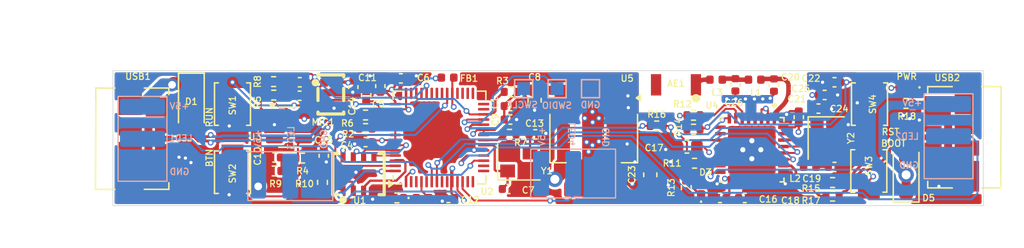
<source format=kicad_pcb>
(kicad_pcb (version 20240108) (generator "pcbnew") (generator_version "8.0")
  (layers (0 "F.Cu" signal) (1 "In1.Cu" signal) (2 "In2.Cu" signal) (31 "B.Cu" signal) (34 "B.Paste" user) (35 "F.Paste" user) (36 "B.SilkS" user "B.Silkscreen") (37 "F.SilkS" user "F.Silkscreen") (38 "B.Mask" user) (39 "F.Mask" user) (44 "Edge.Cuts" user))
  (net 0 "")
  (net 1 "GND")
  (net 2 "Net-(U3-+)")
  (net 3 "+3.3V")
  (net 4 "Net-(U2-ADC_AVDD)")
  (net 5 "XIN")
  (net 6 "/esp32_wifi_section/XTAL_P")
  (net 7 "+5V")
  (net 8 "Net-(U4-CHIP_EN)")
  (net 9 "MIC_RAW_OUT")
  (net 10 "Net-(C3-Pad2)")
  (net 11 "RPI_STATUS_LED")
  (net 12 "ESP_STATUS_LED")
  (net 13 "Net-(D2-K)")
  (net 14 "SWCLK")
  (net 15 "SWDIO")
  (net 16 "/esp32_wifi_section/XTAL_N")
  (net 17 "Net-(U2-RUN)")
  (net 18 "Net-(U4-U0TXD)")
  (net 19 "/esp32_wifi_section/IO2")
  (net 20 "/esp32_wifi_section/IO8")
  (net 21 "/esp32_wifi_section/IO9")
  (net 25 "XOUT")
  (net 26 "QSPI_SS")
  (net 31 "BUTTON")
  (net 33 "QSPI_SD3")
  (net 34 "QSPI_SP0")
  (net 35 "QSPI_SD2")
  (net 37 "QSPI_CLK")
  (net 38 "/UART1_RX")
  (net 39 "QSPI_SP1")
  (net 47 "/UART1_TX")
  (net 62 "/esp32_wifi_section/IO10")
  (net 63 "Net-(U3--)")
  (net 64 "Net-(C13-Pad1)")
  (net 65 "Net-(C19-Pad2)")
  (net 66 "Net-(C26-Pad1)")
  (net 67 "MIC_ADC")
  (net 68 "LED_OUT_1")
  (net 70 "Net-(D1-A)")
  (net 71 "LED_OUT_3")
  (net 72 "LED_OUT_2")
  (net 73 "LED_OUT_4")
  (net 74 "/esp32_wifi_section/_USB_D+")
  (net 75 "/esp32_wifi_section/_USB_D-")
  (net 76 "/esp32_wifi_section/USB_D-")
  (net 77 "/esp32_wifi_section/USB_D+")
  (net 78 "Net-(AE1-A)")
  (net 79 "Net-(D3-K)")
  (net 94 "Net-(D5-A)")
  (net 96 "RPI_USB_P")
  (net 97 "RPI_USB_N")
  (net 98 "/_RPI_USB_P")
  (net 99 "/_RPI_USB_N")
  (net 102 "/esp32_wifi_section/LNA_IN")
  (net 103 "Net-(D4-K)")
  (footprint "Crystal:Crystal_SMD_2520-4Pin_2.5x2.0mm" (layer "F.Cu") (at 161.73 80.94 -90)
    (property "Reference" "Y2")
    (property "Value" "40MHz, X252040MMB4SI")
  )
  (footprint "Button_Switch_SMD:SW_SPST_B3U-1000P" (layer "F.Cu") (at 115.55 78.3 -90)
    (property "Reference" "SW1")
    (property "Value" "RUN")
  )
  (footprint "Resistor_SMD:R_0402_1005Metric" (layer "F.Cu") (at 125.9 80.2)
    (property "Reference" "R2")
    (property "Value" "22R")
  )
  (footprint "LED_SMD:LED_0402_1005Metric" (layer "F.Cu") (at 130.335 85.6)
    (property "Reference" "D2" (hide yes))
    (property "Value" "LED, Orange")
  )
  (footprint "Resistor_SMD:R_0402_1005Metric" (layer "F.Cu") (at 137.2 77.35 180)
    (property "Reference" "R3")
    (property "Value" "10K")
  )
  (footprint "LED_SMD:LED_0402_1005Metric" (layer "F.Cu") (at 167.9 77 180)
    (property "Reference" "D4" (hide yes))
    (property "Value" "LED, RED")
  )
  (footprint "Capacitor_SMD:C_0603_1608Metric" (layer "F.Cu") (at 150.9 81.6 180)
    (property "Reference" "C17")
    (property "Value" "10u")
  )
  (footprint "Diode_SMD:D_SOD-123F" (layer "F.Cu") (at 167.95 83.7075 90)
    (property "Reference" "D5")
    (property "Value" "Schottky, 1A")
  )
  (footprint "Capacitor_SMD:C_0402_1005Metric" (layer "F.Cu") (at 120.77 77.65 180)
    (property "Reference" "C3" (hide yes))
    (property "Value" "2.2uF")
  )
  (footprint "Capacitor_SMD:C_0402_1005Metric" (layer "F.Cu") (at 162.38 83.19 180)
    (property "Reference" "C19")
    (property "Value" "10pF")
  )
  (footprint "Resistor_SMD:R_0402_1005Metric" (layer "F.Cu") (at 121 82.5)
    (property "Reference" "R4")
    (property "Value" "10K")
  )
  (footprint "Resistor_SMD:R_0402_1005Metric" (layer "F.Cu") (at 150.85 84.8 90)
    (property "Reference" "R13")
    (property "Value" "220R")
  )
  (footprint "Resistor_SMD:R_0402_1005Metric" (layer "F.Cu") (at 118.76 77.6)
    (property "Reference" "R5")
    (property "Value" "3.3k")
  )
  (footprint "Resistor_SMD:R_0402_1005Metric" (layer "F.Cu") (at 151.41 80.25)
    (property "Reference" "R14")
    (property "Value" "10K")
  )
  (footprint "Capacitor_SMD:C_0402_1005Metric" (layer "F.Cu") (at 157.67 76.82 -90)
    (property "Reference" "C20")
    (property "Value" "1.5pF")
  )
  (footprint "Resistor_SMD:R_0402_1005Metric" (layer "F.Cu") (at 128.34 85.6)
    (property "Reference" "R1" (hide yes))
    (property "Value" "220R")
  )
  (footprint "Capacitor_SMD:C_0402_1005Metric" (layer "F.Cu") (at 128.65 76.3)
    (property "Reference" "C6")
    (property "Value" "100n")
  )
  (footprint "Capacitor_SMD:C_0402_1005Metric" (layer "F.Cu") (at 159.6 79.32 90)
    (property "Reference" "C21")
    (property "Value" "100n")
  )
  (footprint "Capacitor_SMD:C_0402_1005Metric" (layer "F.Cu") (at 162.38 76.6 180)
    (property "Reference" "C22")
    (property "Value" "100n")
  )
  (footprint "Button_Switch_SMD:SW_SPST_B3U-1000P" (layer "F.Cu") (at 165.05 83.5 -90)
    (property "Reference" "SW3")
    (property "Value" "BOOT")
  )
  (footprint "Capacitor_SMD:C_0402_1005Metric" (layer "F.Cu") (at 137.17 79.5)
    (property "Reference" "C9")
    (property "Value" "100n")
  )
  (footprint "External_Library:USON-8_L4.0-W3.0-P0.80-BL_WINBOND_UU" (layer "F.Cu") (at 125.35 83.745)
    (property "Reference" "U1")
    (property "Value" "W25Q32JVUUIQ")
  )
  (footprint "Capacitor_SMD:C_0402_1005Metric" (layer "F.Cu") (at 120.78 76.6)
    (property "Reference" "C2" (hide yes))
    (property "Value" "33pF")
  )
  (footprint "External_Library:MIC-SMD_4P-L2.8-W1.9-P1.84-TL" (layer "F.Cu") (at 123.2 77.63)
    (property "Reference" "MIC1")
    (property "Value" "ZTS6216")
  )
  (footprint "Capacitor_SMD:C_0402_1005Metric" (layer "F.Cu") (at 161.13 78.65 180)
    (property "Reference" "C24")
    (property "Value" "10pF")
  )
  (footprint "External_Library:ESP32-C3FH4" (layer "F.Cu") (at 155.95 81.85 -90)
    (property "Reference" "U4")
    (property "Value" "ESP32-C3FH4")
  )
  (footprint "Diode_SMD:D_SOD-123F" (layer "F.Cu") (at 112.35 78.1 -90)
    (property "Reference" "D1")
    (property "Value" "Schottky, 1A")
  )
  (footprint "Capacitor_SMD:C_0402_1005Metric" (layer "F.Cu") (at 137.02 84.9)
    (property "Reference" "C7")
    (property "Value" "15pF")
  )
  (footprint "Crystal:Crystal_SMD_2520-4Pin_2.5x2.0mm" (layer "F.Cu") (at 137.825 82.8)
    (property "Reference" "Y1")
    (property "Value" "12MHz, X252012MMB4SI-24")
  )
  (footprint "External_Library:MICRO-USB-SMD_47346-0001" (layer "F.Cu") (at 171.35 80.9 90)
    (property "Reference" "USB2")
    (property "Value" "47346-0001")
  )
  (footprint "Capacitor_SMD:C_0402_1005Metric" (layer "F.Cu") (at 125.9 81.25 180)
    (property "Reference" "C4")
    (property "Value" "100n")
  )
  (footprint "Resistor_SMD:R_0402_1005Metric" (layer "F.Cu") (at 148.55 80)
    (property "Reference" "R16")
    (property "Value" "500R")
  )
  (footprint "External_Library:MICRO-USB-SMD_47346-0001" (layer "F.Cu") (at 108.88 80.97 -90)
    (property "Reference" "USB1")
    (property "Value" "47346-0001")
  )
  (footprint "Resistor_SMD:R_0402_1005Metric" (layer "F.Cu") (at 162.23 85.46 180)
    (property "Reference" "R17")
    (property "Value" "22R")
  )
  (footprint "Capacitor_SMD:C_0603_1608Metric" (layer "F.Cu") (at 139.05 78 -90)
    (property "Reference" "C8")
    (property "Value" "10uF")
  )
  (footprint "Capacitor_SMD:C_0402_1005Metric" (layer "F.Cu") (at 125.95 77.6 90)
    (property "Reference" "C5")
    (property "Value" "1u")
  )
  (footprint "Inductor_SMD:L_0402_1005Metric" (layer "F.Cu") (at 153.17 76.4 180)
    (property "Reference" "L3")
    (property "Value" "6.8nH")
  )
  (footprint "Capacitor_SMD:C_0402_1005Metric" (layer "F.Cu") (at 137.17 78.45)
    (property "Reference" "C1")
    (property "Value" "100n")
  )
  (footprint "Package_DFN_QFN:QFN-56-1EP_7x7mm_P0.4mm_EP3.2x3.2mm" (layer "F.Cu") (at 131.65 80.9 90)
    (property "Reference" "U2")
    (property "Value" "RP2040")
  )
  (footprint "Inductor_SMD:L_0402_1005Metric" (layer "F.Cu") (at 156.17 76.4 180)
    (property "Reference" "L1")
    (property "Value" "2.7nH")
  )
  (footprint "Capacitor_SMD:C_0402_1005Metric" (layer "F.Cu") (at 153.47 85.6 180)
    (property "Reference" "C16")
    (property "Value" "100n")
  )
  (footprint "LED_SMD:LED_0402_1005Metric" (layer "F.Cu") (at 152 84.8 90)
    (property "Reference" "D3")
    (property "Value" "LED, BLUE")
  )
  (footprint "Capacitor_SMD:C_0402_1005Metric" (layer "F.Cu") (at 118.8 82.45 180)
    (property "Reference" "C10")
    (property "Value" "1u")
  )
  (footprint "Capacitor_SMD:C_0402_1005Metric" (layer "F.Cu") (at 155.4 85.6)
    (property "Reference" "C18")
    (property "Value" "100n")
  )
  (footprint "Resistor_SMD:R_0402_1005Metric" (layer "F.Cu") (at 125.9 79.15)
    (property "Reference" "R6")
    (property "Value" "22R")
  )
  (footprint "Resistor_SMD:R_0402_1005Metric" (layer "F.Cu") (at 151.49 82.9)
    (property "Reference" "R11")
    (property "Value" "10K")
  )
  (footprint "Resistor_SMD:R_0402_1005Metric" (layer "F.Cu") (at 151.41 79.17)
    (property "Reference" "R12")
    (property "Value" "10K")
  )
  (footprint "Resistor_SMD:R_0402_1005Metric" (layer "F.Cu") (at 137.1 80.65 180)
    (property "Reference" "R7")
    (property "Value" "1K")
  )
  (footprint "Resistor_SMD:R_0402_1005Metric" (layer "F.Cu") (at 118.75 76.55)
    (property "Reference" "R8")
    (property "Value" "200k")
  )
  (footprint "Resistor_SMD:R_0402_1005Metric" (layer "F.Cu") (at 162.23 84.4 180)
    (property "Reference" "R15")
    (property "Value" "22R")
  )
  (footprint "Capacitor_SMD:C_0402_1005Metric" (layer "F.Cu") (at 154.67 76.8 -90)
    (property "Reference" "C26")
    (property "Value" "1.5pF")
  )
  (footprint "Resistor_SMD:R_0402_1005Metric" (layer "F.Cu") (at 167.94 78.25)
    (property "Reference" "R18")
    (property "Value" "220R")
  )
  (footprint "Capacitor_SMD:C_0402_1005Metric" (layer "F.Cu") (at 127.05 76.9 90)
    (property "Reference" "C11")
    (property "Value" "1u")
  )
  (footprint "Resistor_SMD:R_0402_1005Metric" (layer "F.Cu") (at 122.55 84.39 -90)
    (property "Reference" "R10")
    (property "Value" "1K")
  )
  (footprint "Capacitor_SMD:C_0402_1005Metric" (layer "F.Cu") (at 132.35 85.6 180)
    (property "Reference" "C12")
    (property "Value" "100n")
  )
  (footprint "Capacitor_SMD:C_0603_1608Metric" (layer "F.Cu") (at 148.05 83.8 90)
    (property "Reference" "C23")
    (property "Value" "10uF")
  )
  (footprint "Capacitor_SMD:C_0402_1005Metric" (layer "F.Cu") (at 139.1 80.65)
    (property "Reference" "C13")
    (property "Value" "15pF")
  )
  (footprint "Capacitor_SMD:C_0402_1005Metric" (layer "F.Cu") (at 161.61 77.59)
    (property "Reference" "C25")
    (property "Value" "100n")
  )
  (footprint "Package_TO_SOT_SMD:SOT-23-5" (layer "F.Cu") (at 119.95 80.1)
    (property "Reference" "U3")
    (property "Value" "MCP6001-OT")
  )
  (footprint "Resistor_SMD:R_0402_1005Metric" (layer "F.Cu") (at 118.8 83.5)
    (property "Reference" "R9")
    (property "Value" "10K")
  )
  (footprint "Inductor_SMD:L_0402_1005Metric" (layer "F.Cu") (at 160.46 83.18 180)
    (property "Reference" "L2")
    (property "Value" "24nH")
  )
  (footprint "Inductor_SMD:L_0402_1005Metric" (layer "F.Cu") (at 132.28 76.24 180)
    (property "Reference" "FB1")
    (property "Value" "600R@100Mhz, 0.5A")
  )
  (footprint "Package_TO_SOT_SMD:SOT-223-3_TabPin2" (layer "F.Cu") (at 143.65 80.95 -90)
    (property "Reference" "U5")
    (property "Value" "AMS1117-3.3")
  )
  (footprint "Capacitor_SMD:C_0402_1005Metric" (layer "F.Cu") (at 124.95 76.97625 -90)
    (property "Reference" "C14")
    (property "Value" "100n")
  )
  (footprint "Button_Switch_SMD:SW_SPST_B3U-1000P" (layer "F.Cu") (at 165.1 78.3 -90)
    (property "Reference" "SW4")
    (property "Value" "RUN")
  )
  (footprint "External_Library:FILTER-SMD_1206-2P-L3.2-W1.6-L" (layer "F.Cu") (at 150.05 76.8 180)
    (property "Reference" "AE1")
    (property "Value" "RFANT3216120A5T")
  )
  (footprint "Capacitor_SMD:C_0402_1005Metric" (layer "F.Cu") (at 122.65 82.32 -90)
    (property "Reference" "C15")
    (property "Value" "100n")
  )
  (footprint "Button_Switch_SMD:SW_SPST_B3U-1000P" (layer "F.Cu") (at 115.55 83.6 -90)
    (property "Reference" "SW2")
    (property "Value" "BOOT_SEL")
  )
  (footprint "TestPoint:TestPoint_Pad_1.0x1.0mm" (layer "B.Cu") (at 138.2 77.1 180)
    (property "Reference" "J4" (hide yes))
    (property "Value" "PAD")
  )
  (footprint "External_Library:PIXEL-LED-PAD" (layer "B.Cu") (at 139.55 82.7 -90)
    (property "Reference" "J5" (hide yes))
    (property "Value" "LED")
  )
  (footprint "External_Library:PIXEL-LED-PAD" (layer "B.Cu") (at 117.55 82.9 -90)
    (property "Reference" "J6" (hide yes))
    (property "Value" "LED")
  )
  (footprint "TestPoint:TestPoint_Pad_1.0x1.0mm" (layer "B.Cu") (at 140.8 77.1 180)
    (property "Reference" "J2" (hide yes))
    (property "Value" "PAD")
  )
  (footprint "TestPoint:TestPoint_Pad_1.0x1.0mm" (layer "B.Cu") (at 143.4 77.1 180)
    (property "Reference" "J3" (hide yes))
    (property "Value" "PAD")
  )
  (footprint "External_Library:PIXEL-LED-PAD" (layer "B.Cu") (at 172.25 78.3 180)
    (property "Reference" "J1" (hide yes))
    (property "Value" "LED")
  )
  (footprint "External_Library:PIXEL-LED-PAD" (layer "B.Cu") (at 109.55 78.5 180)
    (property "Reference" "J7" (hide yes))
    (property "Value" "LED")
  )
  (gr_rect (start 106.25 75.7) (end 173.95 86.2) (stroke (width 0.05)) (fill none) (layer "Edge.Cuts"))
  (gr_text "LED2" (at 169 81.1 0) (layer "B.SilkS") (effects (font (size 0.5 0.5) (thickness 0.09) (bold yes)) (justify left bottom mirror)))
  (gr_text "GND" (at 112.25 83.85 0) (layer "B.SilkS") (effects (font (size 0.5 0.5) (thickness 0.09) (bold yes)) (justify left bottom mirror)))
  (gr_text "+5V" (at 139.9 80 90) (layer "B.SilkS") (effects (font (size 0.5 0.5) (thickness 0.09) (bold yes)) (justify left bottom mirror)))
  (gr_text "GND" (at 144.222382 78.65 0) (layer "B.SilkS") (effects (font (size 0.5 0.5) (thickness 0.09) (bold yes)) (justify left bottom mirror)))
  (gr_text "GND" (at 169 83.35 0) (layer "B.SilkS") (effects (font (size 0.5 0.5) (thickness 0.09) (bold yes)) (justify left bottom mirror)))
  (gr_text "LED3" (at 120.4 79.95 90) (layer "B.SilkS") (effects (font (size 0.5 0.5) (thickness 0.09) (bold yes)) (justify left bottom mirror)))
  (gr_text "+5V" (at 169.25 78.5 0) (layer "B.SilkS") (effects (font (size 0.5 0.5) (thickness 0.09) (bold yes)) (justify left bottom mirror)))
  (gr_text "LED1" (at 112.5 81.25 0) (layer "B.SilkS") (effects (font (size 0.5 0.5) (thickness 0.09) (bold yes)) (justify left bottom mirror)))
  (gr_text "GND" (at 144.9 80.05 90) (layer "B.SilkS") (effects (font (size 0.5 0.5) (thickness 0.09) (bold yes)) (justify left bottom mirror)))
  (gr_text "SWCLK" (at 139.35 78.65 0) (layer "B.SilkS") (effects (font (size 0.5 0.5) (thickness 0.09) (bold yes)) (justify left bottom mirror)))
  (gr_text "+5V" (at 117.8 80.2 90) (layer "B.SilkS") (effects (font (size 0.5 0.5) (thickness 0.09) (bold yes)) (justify left bottom mirror)))
  (gr_text "SWDIO" (at 142 78.7 0) (layer "B.SilkS") (effects (font (size 0.5 0.5) (thickness 0.09) (bold yes)) (justify left bottom mirror)))
  (gr_text "+5V" (at 112.25 78.75 0) (layer "B.SilkS") (effects (font (size 0.5 0.5) (thickness 0.09) (bold yes)) (justify left bottom mirror)))
  (gr_text "GND" (at 122.95 80.2 90) (layer "B.SilkS") (effects (font (size 0.5 0.5) (thickness 0.09) (bold yes)) (justify left bottom mirror)))
  (gr_text "LED4" (at 142.25 79.65 90) (layer "B.SilkS") (effects (font (size 0.5 0.5) (thickness 0.09) (bold yes)) (justify left bottom mirror)))
  (gr_text "BTN" (at 114.05 83.25 90) (layer "F.SilkS") (effects (font (size 0.5 0.5) (thickness 0.09) (bold yes)) (justify left bottom)))
  (gr_text "RST" (at 166 80.75 0) (layer "F.SilkS") (effects (font (size 0.5 0.5) (thickness 0.09) (bold yes)) (justify left bottom)))
  (gr_text "BOOT" (at 165.95 81.65 0) (layer "F.SilkS") (effects (font (size 0.5 0.5) (thickness 0.09) (bold yes)) (justify left bottom)))
  (gr_text "PWR" (at 167.15 76.45 0) (layer "F.SilkS") (effects (font (size 0.5 0.5) (thickness 0.09) (bold yes)) (justify left bottom)))
  (gr_text "RUN" (at 114.05 80.15 90) (layer "F.SilkS") (effects (font (size 0.5 0.5) (thickness 0.09) (bold yes)) (justify left bottom)))
  (segment (start 115.29 85.35) (end 115.29001 85.35) (width 0.1524) (layer "F.Cu") (net 1))
  (segment (start 111.4 82.44) (end 111.91 82.44) (width 0.5) (layer "F.Cu") (net 1))
  (segment (start 126.15 83.745) (end 125.295 83.745) (width 0.1524) (layer "F.Cu") (net 1))
  (segment (start 139.58 80.65) (end 139.85 80.65) (width 0.1524) (layer "F.Cu") (net 1))
  (segment (start 111.91 82.44) (end 111.89 82.42) (width 0.5) (layer "F.Cu") (net 1))
  (segment (start 153.02 85.745) (end 153.02 85.55) (width 0.1524) (layer "F.Cu") (net 1))
  (segment (start 157.67 77.553177) (end 157.67 77.3) (width 0.156464) (layer "F.Cu") (net 1))
  (segment (start 162.35 80.495) (end 160.95 81.895) (width 0.1778) (layer "F.Cu") (net 1))
  (segment (start 151.00211 85.8771) (end 150.9 85.77499) (width 0.1524) (layer "F.Cu") (net 1))
  (segment (start 156.150002 77.900002) (end 156.8 77.900002) (width 0.156464) (layer "F.Cu") (net 1))
  (segment (start 159.6 78.84) (end 158.91 78.84) (width 0.1524) (layer "F.Cu") (net 1))
  (segment (start 167.9575 79.1875) (end 167.731499 79.1875) (width 0.5) (layer "F.Cu") (net 1))
  (segment (start 169 79.56) (end 168.98 79.54) (width 0.5) (layer "F.Cu") (net 1))
  (segment (start 127.83 85.6) (end 126.55 85.6) (width 0.1524) (layer "F.Cu") (net 1))
  (segment (start 150.25 84.275) (end 149.6 83.625) (width 0.1524) (layer "F.Cu") (net 1))
  (segment (start 137.5 84.9) (end 138.7 83.7) (width 0.1524) (layer "F.Cu") (net 1))
  (segment (start 139.4 78.775) (end 139.050006 78.775) (width 0.1524) (layer "F.Cu") (net 1))
  (segment (start 168.23 79.43) (end 168.2 79.43) (width 0.5) (layer "F.Cu") (net 1))
  (segment (start 111.97 82.5) (end 112.32 82.85) (width 0.5) (layer "F.Cu") (net 1))
  (segment (start 111.38 82.44) (end 111.39 82.43) (width 0.5) (layer "F.Cu") (net 1))
  (segment (start 165 80.1) (end 165.1 80) (width 0.1524) (layer "F.Cu") (net 1))
  (segment (start 126.35 77.02) (end 125.73625 77.02) (width 0.1524) (layer "F.Cu") (net 1))
  (segment (start 157.376074 77.847103) (end 157.67 77.553177) (width 0.156464) (layer "F.Cu") (net 1))
  (segment (start 156.345 85.55) (end 156.57 85.775) (width 0.1524) (layer "F.Cu") (net 1))
  (segment (start 129.13 76.3) (end 129.65 76.3) (width 0.1524) (layer "F.Cu") (net 1))
  (segment (start 162.619988 77.59) (end 162.62 77.589988) (width 0.1524) (layer "F.Cu") (net 1))
  (segment (start 139.85 80.65) (end 139.925 80.575) (width 0.1524) (layer "F.Cu") (net 1))
  (segment (start 136.95 82.1) (end 137.3 82.1) (width 0.1778) (layer "F.Cu") (net 1))
  (segment (start 111.39 82.43) (end 111.4 82.44) (width 0.5) (layer "F.Cu") (net 1))
  (segment (start 162.35 80.325) (end 162.35 80.495) (width 0.1778) (layer "F.Cu") (net 1))
  (segment (start 122.96 78.62) (end 124.02 78.62) (width 0.1524) (layer "F.Cu") (net 1))
  (segment (start 138.7 83.7) (end 138.7 83.5) (width 0.1524) (layer "F.Cu") (net 1))
  (segment (start 169.94 79.56) (end 169 79.56) (width 0.5) (layer "F.Cu") (net 1))
  (segment (start 157.376074 77.847103) (end 156.852899 77.847103) (width 0.156464) (layer "F.Cu") (net 1))
  (segment (start 150.125 81.6) (end 149.4782 81.6) (width 0.1524) (layer "F.Cu") (net 1))
  (segment (start 168.2 79.43) (end 167.9575 79.1875) (width 0.5) (layer "F.Cu") (net 1))
  (segment (start 161.9 76.6) (end 161.45 76.6) (width 0.1524) (layer "F.Cu") (net 1))
  (segment (start 125.42 81.2) (end 125.250004 81.2) (width 0.1524) (layer "F.Cu") (net 1))
  (segment (start 137.65 79.5) (end 137.650014 79.5) (width 0.1524) (layer "F.Cu") (net 1))
  (segment (start 150.9 85.77499) (end 150.9 85.61) (width 0.1524) (layer "F.Cu") (net 1))
  (segment (start 129.65 76.3) (end 129.85 76.1) (width 0.1524) (layer "F.Cu") (net 1))
  (segment (start 155.45 77.9) (end 156.15 77.9) (width 0.156464) (layer "F.Cu") (net 1))
  (segment (start 122.96 78.62) (end 123.450006 78.62) (width 0.1524) (layer "F.Cu") (net 1))
  (segment (start 160.95 81.895) (end 160.95 82.075) (width 0.1778) (layer "F.Cu") (net 1))
  (segment (start 118.8625 79.95625) (end 118.812514 79.906264) (width 0.1524) (layer "F.Cu") (net 1))
  (segment (start 126.45 85.145) (end 126.55 85.045) (width 0.1524) (layer "F.Cu") (net 1))
  (segment (start 118.812514 79.906264) (end 118.812514 79.9) (width 0.1524) (layer "F.Cu") (net 1))
  (segment (start 153.05 85.775) (end 153.02 85.745) (width 0.1524) (layer "F.Cu") (net 1))
  (segment (start 168.96 79.56) (end 168.33 79.56) (width 0.5) (layer "F.Cu") (net 1))
  (segment (start 111.89 82.42) (end 111.89 82.5) (width 0.5) (layer "F.Cu") (net 1))
  (segment (start 149.6 82.81) (end 149.632784 82.777216) (width 0.1524) (layer "F.Cu") (net 1))
  (segment (start 154 77.9) (end 154.7 77.9) (width 0.156464) (layer "F.Cu") (net 1))
  (segment (start 124.988635 77.45625) (end 124.904185 77.3718) (width 0.1524) (layer "F.Cu") (net 1))
  (segment (start 161.62 78.68) (end 162.15 78.68) (width 0.1524) (layer "F.Cu") (net 1))
  (segment (start 149.4782 81.6) (end 149.25 81.8282) (width 0.1524) (layer "F.Cu") (net 1))
  (segment (start 149.6 83.625) (end 149.6 82.81) (width 0.1524) (layer "F.Cu") (net 1))
  (segment (start 111.89 82.5) (end 111.97 82.5) (width 0.5) (layer "F.Cu") (net 1))
  (segment (start 158.91 78.84) (end 158.65 79.1) (width 0.1524) (layer "F.Cu") (net 1))
  (segment (start 127.4 76.32) (end 127.05 76.32) (width 0.1524) (layer "F.Cu") (net 1))
  (segment (start 155.88 85.55) (end 156.345 85.55) (width 0.1524) (layer "F.Cu") (net 1))
  (segment (start 137.650014 79.5) (end 137.650028 79.499986) (width 0.1524) (layer "F.Cu") (net 1))
  (segment (start 137.3 82.1) (end 138.7 83.5) (width 0.1778) (layer "F.Cu") (net 1))
  (segment (start 135.0875 81.9) (end 134.366983 81.9) (width 0.1524) (layer "F.Cu") (net 1))
  (segment (start 125.73625 77.02) (end 125.3 77.45625) (width 0.1524) (layer "F.Cu") (net 1))
  (segment (start 154.67 77.87) (end 154.7 77.9) (width 0.156464) (layer "F.Cu") (net 1))
  (segment (start 152.6929 85.8771) (end 151.00211 85.8771) (width 0.1524) (layer "F.Cu") (net 1))
  (segment (start 168.33 79.56) (end 168.23 79.46) (width 0.5) (layer "F.Cu") (net 1))
  (segment (start 168.98 79.54) (end 168.96 79.56) (width 0.5) (layer "F.Cu") (net 1))
  (segment (start 168.23 79.46) (end 168.23 79.43) (width 0.5) (layer "F.Cu") (net 1))
  (segment (start 115.3 80) (end 115.299986 80) (width 0.1524) (layer "F.Cu") (net 1))
  (segment (start 125.250004 81.2) (end 125.050004 81.4) (width 0.1524) (layer "F.Cu") (net 1))
  (segment (start 154.7 77.9) (end 155.45 77.9) (width 0.156464) (layer "F.Cu") (net 1))
  (segment (start 153.02 85.55) (end 152.6929 85.8771) (width 0.1524) (layer "F.Cu") (net 1))
  (segment (start 156.852899 77.847103) (end 156.8 77.900002) (width 0.156464) (layer "F.Cu") (net 1))
  (segment (start 156.15 77.9) (end 156.150002 77.900002) (width 0.156464) (layer "F.Cu") (net 1))
  (segment (start 125.005714 83.745) (end 125.150357 83.600357) (width 0.1524) (layer "F.Cu") (net 1))
  (segment (start 139.050006 78.775) (end 139.05 78.775006) (width 0.1524) (layer "F.Cu") (net 1))
  (segment (start 125.3 77.45625) (end 124.988635 77.45625) (width 0.1524) (layer "F.Cu") (net 1))
  (segment (start 126.45 85.7) (end 126.45 85.145) (width 0.1524) (layer "F.Cu") (net 1))
  (segment (start 124.55 83.745) (end 125.005714 83.745) (width 0.1524) (layer "F.Cu") (net 1))
  (segment (start 125.295 83.745) (end 125.150357 83.600357) (width 0.1524) (layer "F.Cu") (net 1))
  (segment (start 126.55 85.6) (end 126.45 85.7) (width 0.1524) (layer "F.Cu") (net 1))
  (segment (start 154.67 77.28) (end 154.67 77.87) (width 0.156464) (layer "F.Cu") (net 1))
  (segment (start 150.9 85.61) (end 150.25 84.96) (width 0.1524) (layer "F.Cu") (net 1))
  (segment (start 165 81.8) (end 165 80.1) (width 0.1524) (layer "F.Cu") (net 1))
  (segment (start 127.05 76.32) (end 126.35 77.02) (width 0.1524) (layer "F.Cu") (net 1))
  (segment (start 134.366983 81.9) (end 134.338783 81.8718) (width 0.1524) (layer "F.Cu") (net 1))
  (segment (start 162.09 77.59) (end 162.619988 77.59) (width 0.1524) (layer "F.Cu") (net 1))
  (segment (start 150.25 84.96) (end 150.25 84.275) (width 0.1524) (layer "F.Cu") (net 1))
  (via (at 149.632784 82.777216) (size 0.45) (drill 0.254) (layers "F.Cu" "B.Cu") (net 1))
  (via (at 111.39 82.43) (size 0.45) (drill 0.254) (layers "F.Cu" "B.Cu") (net 1))
  (via (at 126.25 76.1) (size 0.45) (drill 0.254) (layers "F.Cu" "B.Cu") (net 1))
  (via (at 123.450006 78.62) (size 0.45) (drill 0.254) (layers "F.Cu" "B.Cu") (net 1))
  (via (at 118.812514 79.9) (size 0.45) (drill 0.254) (layers "F.Cu" "B.Cu") (net 1))
  (via (at 139.05 78.775006) (size 0.45) (drill 0.254) (layers "F.Cu" "B.Cu") (net 1))
  (via (at 154 77.9) (size 0.45) (drill 0.254) (layers "F.Cu" "B.Cu") (net 1))
  (via (at 139.925 80.575) (size 0.45) (drill 0.254) (layers "F.Cu" "B.Cu") (net 1))
  (via (at 125.150357 83.600357) (size 0.45) (drill 0.254) (layers "F.Cu" "B.Cu") (net 1))
  (via (at 162.15 78.68) (size 0.45) (drill 0.254) (layers "F.Cu" "B.Cu") (net 1))
  (via (at 162.62 77.589988) (size 0.45) (drill 0.254) (layers "F.Cu" "B.Cu") (net 1))
  (via (at 168.98 79.54) (size 0.45) (drill 0.254) (layers "F.Cu" "B.Cu") (net 1))
  (via (at 137.650028 79.499986) (size 0.45) (drill 0.254) (layers "F.Cu" "B.Cu") (net 1))
  (via (at 112.32 82.85) (size 0.45) (drill 0.254) (layers "F.Cu" "B.Cu") (net 1))
  (via (at 153.25 84.5) (size 0.45) (drill 0.254) (layers "F.Cu" "B.Cu") (net 1))
  (via (at 157.376074 77.847103) (size 0.45) (drill 0.254) (layers "F.Cu" "B.Cu") (net 1))
  (via (at 134.338783 81.8718) (size 0.45) (drill 0.254) (layers "F.Cu" "B.Cu") (net 1))
  (via (at 167.731499 79.1875) (size 0.45) (drill 0.254) (layers "F.Cu" "B.Cu") (net 1))
  (via (at 156.8 77.900002) (size 0.45) (drill 0.254) (layers "F.Cu" "B.Cu") (net 1))
  (via (at 170.5 84.7) (size 0.45) (drill 0.254) (layers "F.Cu" "B.Cu") (net 1))
  (via (at 115.29001 85.35) (size 0.45) (drill 0.254) (layers "F.Cu" "B.Cu") (net 1))
  (via (at 115.299986 80) (size 0.45) (drill 0.254) (layers "F.Cu" "B.Cu") (net 1))
  (via (at 146.34 78.58) (size 0.45) (drill 0.254) (layers "F.Cu" "B.Cu") (net 1))
  (via (at 126.45 85.7) (size 0.45) (drill 0.254) (layers "F.Cu" "B.Cu") (net 1))
  (via (at 163.45 79.9) (size 0.45) (drill 0.254) (layers "F.Cu" "B.Cu") (net 1))
  (via (at 158.55 84.5) (size 0.45) (drill 0.254) (layers "F.Cu" "B.Cu") (net 1))
  (via (at 125.050004 81.4) (size 0.45) (drill 0.254) (layers "F.Cu" "B.Cu") (net 1))
  (via (at 122.85 82.8) (size 0.45) (drill 0.254) (layers "F.Cu" "B.Cu") (net 1))
  (via (at 129.85 76.1) (size 0.45) (drill 0.254) (layers "F.Cu" "B.Cu") (net 1))
  (via (at 158.65 79.1) (size 0.45) (drill 0.254) (layers "F.Cu" "B.Cu") (net 1))
  (via (at 155.45 77.9) (size 0.45) (drill 0.254) (layers "F.Cu" "B.Cu") (net 1))
  (via (at 154.7 77.9) (size 0.45) (drill 0.254) (layers "F.Cu" "B.Cu") (net 1))
  (via (at 149.45 84.6) (size 0.45) (drill 0.254) (layers "F.Cu" "B.Cu") (net 1))
  (via (at 111.89 82.5) (size 0.45) (drill 0.254) (layers "F.Cu" "B.Cu") (net 1))
  (via (at 168.23 79.43) (size 0.45) (drill 0.254) (layers "F.Cu" "B.Cu") (net 1))
  (via (at 149.25 81.8282) (size 0.45) (drill 0.254) (layers "F.Cu" "B.Cu") (net 1))
  (via (at 161.45 76.6) (size 0.45) (drill 0.254) (layers "F.Cu" "B.Cu") (net 1))
  (via (at 124.904185 77.3718) (size 0.45) (drill 0.254) (layers "F.Cu" "B.Cu") (net 1))
  (via (at 156.150002 77.900002) (size 0.45) (drill 0.254) (layers "F.Cu" "B.Cu") (net 1))
  (via (at 131.870001 85.848) (size 0.45) (drill 0.254) (layers "F.Cu" "B.Cu") (net 1))
  (via (at 146.31 77.66) (size 0.45) (drill 0.254) (layers "F.Cu" "B.Cu") (net 1))
  (via (at 146.25 81.4) (size 0.45) (drill 0.254) (layers "F.Cu" "B.Cu") (net 1))
  (via (at 146.85 82.8) (size 0.45) (drill 0.254) (layers "F.Cu" "B.Cu") (net 1))
  (via (at 164.15 78.2) (size 0.45) (drill 0.254) (layers "F.Cu" "B.Cu") (net 1))
  (segment (start 119.2 78.55) (end 118.25 77.6) (width 0.1524) (layer "F.Cu") (net 2))
  (segment (start 120.3 76.55) (end 119.31 76.55) (width 0.1524) (layer "F.Cu") (net 2))
  (segment (start 119.9 78.8) (end 119.65 78.55) (width 0.1524) (layer "F.Cu") (net 2))
  (segment (start 119.9 80.9) (end 119.9 78.8) (width 0.1524) (layer "F.Cu") (net 2))
  (segment (start 119.75 81.05) (end 119.9 80.9) (width 0.1524) (layer "F.Cu") (net 2))
  (segment (start 118.8125 81.05) (end 119.75 81.05) (width 0.1524) (layer "F.Cu") (net 2))
  (segment (start 119.31 76.55) (end 119.26 76.5) (width 0.1524) (layer "F.Cu") (net 2))
  (segment (start 119.26 76.59) (end 118.25 77.6) (width 0.1524) (layer "F.Cu") (net 2))
  (segment (start 119.65 78.55) (end 119.2 78.55) (width 0.1524) (layer "F.Cu") (net 2))
  (segment (start 119.26 76.5) (end 119.26 76.59) (width 0.1524) (layer "F.Cu") (net 2))
  (segment (start 121.66 82.3) (end 122.39 82.3) (width 0.1524) (layer "F.Cu") (net 3))
  (segment (start 159.3 80.1) (end 159.6 79.8) (width 0.1778) (layer "F.Cu") (net 3))
  (segment (start 132.5659 83.384102) (end 132.650002 83.3) (width 0.1778) (layer "F.Cu") (net 3))
  (segment (start 157.1 78.72) (end 157.12 78.7) (width 0.1524) (layer "F.Cu") (net 3))
  (segment (start 132.5659 85.22215) (end 132.5659 83.384102) (width 0.1778) (layer "F.Cu") (net 3))
  (segment (start 152.177967 81.6) (end 152.626167 82.0482) (width 0.1524) (layer "F.Cu") (net 3))
  (segment (start 124.02 76.64) (end 124.549126 76.64) (width 0.1524) (layer "F.Cu") (net 3))
  (segment (start 156.985947 78.7) (end 157.035947 78.65) (width 0.1524) (layer "F.Cu") (net 3))
  (segment (start 132.95 85.60625) (end 132.5659 85.22215) (width 0.1778) (layer "F.Cu") (net 3))
  (segment (start 146.25 84.1) (end 146.65 84.5) (width 0.7) (layer "F.Cu") (net 3))
  (segment (start 143.65 84.1) (end 146.25 84.1) (width 0.7) (layer "F.Cu") (net 3))
  (segment (start 126.48 81.2) (end 126.5518 81.1282) (width 0.1524) (layer "F.Cu") (net 3))
  (segment (start 129.222268 78.7) (end 129.250468 78.7282) (width 0.1524) (layer "F.Cu") (net 3))
  (segment (start 127.2082 81.1) (end 127.18 81.1282) (width 0.1524) (layer "F.Cu") (net 3))
  (segment (start 129.05 78.527732) (end 129.250468 78.7282) (width 0.1524) (layer "F.Cu") (net 3))
  (segment (start 156.72 78.7) (end 156.985947 78.7) (width 0.1524) (layer "F.Cu") (net 3))
  (segment (start 153.98 85.55) (end 154.2 85.55) (width 0.1778) (layer "F.Cu") (net 3))
  (segment (start 127.15 78.7) (end 126.53 78.08) (width 0.1524) (layer "F.Cu") (net 3))
  (segment (start 132.65 78.405568) (end 132.762216 78.517784) (width 0.1524) (layer "F.Cu") (net 3))
  (segment (start 128.2125 78.7) (end 127.15 78.7) (width 0.1524) (layer "F.Cu") (net 3))
  (segment (start 128.2125 78.7) (end 128.2125 79.1) (width 0.1524) (layer "F.Cu") (net 3))
  (segment (start 159.6 80.44) (end 159.57 80.47) (width 0.1778) (layer "F.Cu") (net 3))
  (segment (start 154.2 85.33) (end 153.98 85.55) (width 0.1778) (layer "F.Cu") (net 3))
  (segment (start 129.05 84.3375) (end 129.05 83.940536) (width 0.1524) (layer "F.Cu") (net 3))
  (segment (start 150.98 82.9) (end 151.675 82.205) (width 0.1524) (layer "F.Cu") (net 3))
  (segment (start 157.2 79.4) (end 157.2 78.78) (width 0.1524) (layer "F.Cu") (net 3))
  (segment (start 136.69 78.37) (end 137.71 77.35) (width 0.1778) (layer "F.Cu") (net 3))
  (segment (start 126.53 78.08) (end 125.95 78.08) (width 0.1524) (layer "F.Cu") (net 3))
  (segment (start 128.2125 81.1) (end 127.2082 81.1) (width 0.1524) (layer "F.Cu") (net 3))
  (segment (start 154.7 84.3) (end 154.2 84.3) (width 0.1778) (layer "F.Cu") (net 3))
  (segment (start 154.2 84.3) (end 154.2 85.33) (width 0.1778) (layer "F.Cu") (net 3))
  (segment (start 129.05 83.940536) (end 129.437801 83.552735) (width 0.1524) (layer "F.Cu") (net 3))
  (segment (start 146.725 84.575) (end 146.65 84.5) (width 0.7) (layer "F.Cu") (net 3))
  (segment (start 134.589417 80.3) (end 134.269417 80.62) (width 0.1524) (layer "F.Cu") (net 3))
  (segment (start 154.92 85.55) (end 154.03 85.55) (width 0.1778) (layer "F.Cu") (net 3))
  (segment (start 126.5518 81.1282) (end 127.18 81.1282) (width 0.1524) (layer "F.Cu") (net 3))
  (segment (start 148.05 84.575) (end 146.725 84.575) (width 0.7) (layer "F.Cu") (net 3))
  (segment (start 151.675 81.6) (end 152.177967 81.6) (width 0.1524) (layer "F.Cu") (net 3))
  (segment (start 128.2125 81.1) (end 128.2125 80.7) (width 0.1524) (layer "F.Cu") (net 3))
  (segment (start 166.85 77) (end 166.8 77.05) (width 0.127) (layer "F.Cu") (net 3))
  (segment (start 154.03 85.55) (end 153.98 85.5) (width 0.1778) (layer "F.Cu") (net 3))
  (segment (start 135.0875 80.3) (end 135.95 80.3) (width 0.1778) (layer "F.Cu") (net 3))
  (segment (start 129.05 77.4625) (end 129.05 78.527732) (width 0.1524) (layer "F.Cu") (net 3))
  (segment (start 158.4 80.1) (end 159.3 80.1) (width 0.1778) (layer "F.Cu") (net 3))
  (segment (start 161.13 77.59) (end 160.65 77.59) (width 0.1524) (layer "F.Cu") (net 3))
  (segment (start 135.0875 80.3) (end 134.589417 80.3) (width 0.1524) (layer "F.Cu") (net 3))
  (segment (start 157.2 78.78) (end 157.12 78.7) (width 0.1524) (layer "F.Cu") (net 3))
  (segment (start 136.69 78.45) (end 136.69 78.37) (width 0.1778) (layer "F.Cu") (net 3))
  (segment (start 151.975 81.1) (end 151.675 81.4) (width 0.1778) (layer "F.Cu") (net 3))
  (segment (start 132.65 77.4625) (end 132.65 78.405568) (width 0.1524) (layer "F.Cu") (net 3))
  (segment (start 122.85 81.84) (end 122.85 81) (width 0.1524) (layer "F.Cu") (net 3))
  (segment (start 132.765 76.24) (end 132.65 76.355) (width 0.1524) (layer "F.Cu") (net 3))
  (segment (start 136.69 79.5) (end 136.69 78.45) (width 0.1778) (layer "F.Cu") (net 3))
  (segment (start 156.7 78.72) (end 156.72 78.7) (width 0.1524) (layer "F.Cu") (net 3))
  (segment (start 124.08 76.54625) (end 125.25 76.54625) (width 0.1778) (layer "F.Cu") (net 3))
  (segment (start 158.4 80.6) (end 158.4 80.1) (width 0.1778) (layer "F.Cu") (net 3))
  (segment (start 132.65 76.355) (end 132.65 77.4625) (width 0.1524) (layer "F.Cu") (net 3))
  (segment (start 156.7 78.72) (end 157.1 78.72) (width 0.1524) (layer "F.Cu") (net 3))
  (segment (start 132.65 84.29375) (end 132.65 83.300002) (width 0.1778) (layer "F.Cu") (net 3))
  (segment (start 135.95 80.3) (end 136.69 79.56) (width 0.1778) (layer "F.Cu") (net 3))
  (segment (start 136.69 79.56) (end 136.69 79.5) (width 0.1778) (layer "F.Cu") (net 3))
  (segment (start 124.549126 76.64) (end 124.550026 76.6409) (width 0.1524) (layer "F.Cu") (net 3))
  (segment (start 151.675 82.205) (end 151.675 81.6) (width 0.1524) (layer "F.Cu") (net 3))
  (segment (start 150.9 80.18) (end 150.9 79.17) (width 0.1524) (layer "F.Cu") (net 3))
  (segment (start 129.437801 83.552735) (end 129.562468 83.552735) (width 0.1524) (layer "F.Cu") (net 3))
  (segment (start 128.2125 80.7) (end 128.2125 80.3) (width 0.1524) (layer "F.Cu") (net 3))
  (segment (start 167.415 77) (end 166.85 77) (width 0.127) (layer "F.Cu") (net 3))
  (segment (start 150.87 79.2) (end 150.9 79.17) (width 0.1524) (layer "F.Cu") (net 3))
  (segment (start 132.65 83.300002) (end 132.650002 83.3) (width 0.1778) (layer "F.Cu") (net 3))
  (segment (start 159.6 79.8) (end 159.6 80.44) (width 0.1778) (layer "F.Cu") (net 3))
  (segment (start 122.39 82.3) (end 122.85 81.84) (width 0.1524) (layer "F.Cu") (net 3))
  (segment (start 124.15 81.9) (end 124.15 82.445) (width 0.1524) (layer "F.Cu") (net 3))
  (segment (start 121.1375 79.00625) (end 121.1375 79.447498) (width 0.1524) (layer "F.Cu") (net 3))
  (segment (start 153.5 81.1) (end 151.975 81.1) (width 0.1778) (layer "F.Cu") (net 3))
  (segment (start 150.35 79.2) (end 150.87 79.2) (width 0.1524) (layer "F.Cu") (net 3))
  (segment (start 157.12 78.7) (end 156.72 78.7) (width 0.1524) (layer "F.Cu") (net 3))
  (segment (start 125.25 76.54625) (end 125.3 76.49625) (width 0.1778) (layer "F.Cu") (net 3))
  (segment (start 128.2125 78.7) (end 129.222268 78.7) (width 0.1524) (layer "F.Cu") (net 3))
  (segment (start 156.7 79.4) (end 156.7 78.72) (width 0.1524) (layer "F.Cu") (net 3))
  (segment (start 135.0875 80.7) (end 135.0875 80.3) (width 0.1524) (layer "F.Cu") (net 3))
  (via (at 157.035947 78.65) (size 0.45) (drill 0.254) (layers "F.Cu" "B.Cu") (net 3))
  (via (at 132.762216 78.517784) (size 0.45) (drill 0.254) (layers "F.Cu" "B.Cu") (net 3))
  (via (at 143.09827 81.257298) (size 0.45) (drill 0.254) (layers "F.Cu" "B.Cu") (net 3))
  (via (at 143.55 81.5) (size 0.45) (drill 0.254) (layers "F.Cu" "B.Cu") (net 3))
  (via (at 124.550026 76.6409) (size 0.45) (drill 0.254) (layers "F.Cu" "B.Cu") (net 3))
  (via (at 153.85 84.1) (size 0.45) (drill 0.254) (layers "F.Cu" "B.Cu") (net 3))
  (via (at 121.1375 79.447498) (size 0.45) (drill 0.254) (layers "F.Cu" "B.Cu") (net 3))
  (via (at 122.85 81) (size 0.45) (drill 0.254) (layers "F.Cu" "B.Cu") (net 3))
  (via (at 143.565791 79.713) (size 0.45) (drill 0.254) (layers "F.Cu" "B.Cu") (net 3))
  (via (at 134.269417 80.62) (size 0.45) (drill 0.254) (layers "F.Cu" "B.Cu") (net 3))
  (via (at 144.05 79.4) (size 0.45) (drill 0.254) (layers "F.Cu" "B.Cu") (net 3))
  (via (at 143.55 78.9) (size 0.45) (drill 0.254) (layers "F.Cu" "B.Cu") (net 3))
  (via (at 152.626167 82.0482) (size 0.45) (drill 0.254) (layers "F.Cu" "B.Cu") (net 3))
  (via (at 129.562468 83.552735) (size 0.45) (drill 0.254) (layers "F.Cu" "B.Cu") (net 3))
  (via (at 129.250468 78.7282) (size 0.45) (drill 0.254) (layers "F.Cu" "B.Cu") (net 3))
  (via (at 132.650002 83.3) (size 0.45) (drill 0.254) (layers "F.Cu" "B.Cu") (net 3))
  (via (at 127.18 81.1282) (size 0.45) (drill 0.254) (layers "F.Cu" "B.Cu") (net 3))
  (via (at 124.15 81.9) (size 0.45) (drill 0.254) (layers "F.Cu" "B.Cu") (net 3))
  (via (at 166.8 77.05) (size 0.45) (drill 0.254) (layers "F.Cu" "B.Cu") (net 3))
  (via (at 144.050422 81.2076) (size 0.45) (drill 0.254) (layers "F.Cu" "B.Cu") (net 3))
  (via (at 159.57 80.47) (size 0.45) (drill 0.254) (layers "F.Cu" "B.Cu") (net 3))
  (via (at 150.35 79.2) (size 0.45) (drill 0.254) (layers "F.Cu" "B.Cu") (net 3))
  (via (at 142.95 79.4) (size 0.45) (drill 0.254) (layers "F.Cu" "B.Cu") (net 3))
  (via (at 160.65 77.59) (size 0.45) (drill 0.254) (layers "F.Cu" "B.Cu") (net 3))
  (via (at 143.25 82) (size 0.45) (drill 0.254) (layers "F.Cu" "B.Cu") (net 3))
  (via (at 146.65 84.5) (size 0.45) (drill 0.254) (layers "F.Cu" "B.Cu") (net 3))
  (segment (start 128.17 76.3) (end 128.17 76.937679) (width 0.1778) (layer "F.Cu") (net 4))
  (segment (start 127.4 77.28) (end 127.827679 77.28) (width 0.1778) (layer "F.Cu") (net 4))
  (segment (start 128.2125 78.3) (end 128.2125 78.0925) (width 0.1778) (layer "F.Cu") (net 4))
  (segment (start 131.41 76.24) (end 131.35 76.3) (width 0.1524) (layer "F.Cu") (net 4))
  (segment (start 128.2125 78.0925) (end 127.4 77.28) (width 0.1778) (layer "F.Cu") (net 4))
  (segment (start 128.17 76.937679) (end 127.935639 77.17204) (width 0.1778) (layer "F.Cu") (net 4))
  (segment (start 127.827679 77.28) (end 127.935639 77.17204) (width 0.1778) (layer "F.Cu") (net 4))
  (segment (start 131.795 76.24) (end 131.41 76.24) (width 0.1524) (layer "F.Cu") (net 4))
  (via (at 131.35 76.3) (size 0.45) (drill 0.254) (layers "F.Cu" "B.Cu") (net 4))
  (via (at 127.935639 77.17204) (size 0.45) (drill 0.254) (layers "F.Cu" "B.Cu") (net 4))
  (segment (start 127.935639 77.17204) (end 129.57796 77.17204) (width 0.1524) (layer "B.Cu") (net 4))
  (segment (start 129.57796 77.17204) (end 130.45 76.3) (width 0.1524) (layer "B.Cu") (net 4))
  (segment (start 130.45 76.3) (end 131.35 76.3) (width 0.1524) (layer "B.Cu") (net 4))
  (segment (start 136.95 83.5) (end 136.95 84.49) (width 0.1778) (layer "F.Cu") (net 5))
  (segment (start 136.95 84.49) (end 136.54 84.9) (width 0.1778) (layer "F.Cu") (net 5))
  (segment (start 135.95 81.6) (end 135.85 81.5) (width 0.1778) (layer "F.Cu") (net 5))
  (segment (start 135.95 83.4) (end 135.95 81.6) (width 0.1778) (layer "F.Cu") (net 5))
  (segment (start 135.85 81.5) (end 135.0875 81.5) (width 0.1778) (layer "F.Cu") (net 5))
  (segment (start 136.95 83.5) (end 136.05 83.5) (width 0.1778) (layer "F.Cu") (net 5))
  (segment (start 136.05 83.5) (end 135.95 83.4) (width 0.1778) (layer "F.Cu") (net 5))
  (segment (start 158.4 81.1) (end 160.175 81.1) (width 0.1778) (layer "F.Cu") (net 6))
  (segment (start 160.59 78.9) (end 160.59 79.965) (width 0.1778) (layer "F.Cu") (net 6))
  (segment (start 160.175 81.1) (end 160.95 80.325) (width 0.1778) (layer "F.Cu") (net 6))
  (segment (start 160.59 79.965) (end 160.95 80.325) (width 0.1778) (layer "F.Cu") (net 6))
  (segment (start 141.3 77.85) (end 141.35 77.8) (width 1) (layer "F.Cu") (net 7))
  (segment (start 110.95 76.7) (end 110.85 76.8) (width 1) (layer "F.Cu") (net 7))
  (segment (start 117.4 79.45) (end 117.4 84.55) (width 0.8) (layer "F.Cu") (net 7))
  (segment (start 140.625001 84.15) (end 141.05 83.725001) (width 1) (layer "F.Cu") (net 7))
  (segment (start 167.95 83.8) (end 167.95 85.1075) (width 0.7) (layer "F.Cu") (net 7))
  (segment (start 141.45 77.9) (end 140.775 77.225) (width 0.7) (layer "F.Cu") (net 7))
  (segment (start 112.35 76.7) (end 113.35 76.7) (width 0.8) (layer "F.Cu") (net 7))
  (segment (start 117.4 84.55) (end 117.55 84.7) (width 0.8) (layer "F.Cu") (net 7))
  (segment (start 140.775 77.225) (end 139.05 77.225) (width 0.7) (layer "F.Cu") (net 7))
  (segment (start 112.35 76.7) (end 110.95 76.7) (width 1) (layer "F.Cu") (net 7))
  (segment (start 141.45 77.9) (end 141.35 77.8) (width 0.7) (layer "F.Cu") (net 7))
  (segment (start 141.3 82.845672) (end 141.3 77.85) (width 1) (layer "F.Cu") (net 7))
  (segment (start 113.35 76.7) (end 115.05 78.4) (width 0.8) (layer "F.Cu") (net 7))
  (segment (start 115.05 78.4) (end 116.35 78.4) (width 0.8) (layer "F.Cu") (net 7))
  (segment (start 116.35 78.4) (end 117.4 79.45) (width 0.8) (layer "F.Cu") (net 7))
  (segment (start 141.05 83.095672) (end 141.3 82.845672) (width 1) (layer "F.Cu") (net 7))
  (segment (start 141.05 83.725001) (end 141.05 83.095672) (width 1) (layer "F.Cu") (net 7))
  (via (at 167.95 83.8) (size 1.2) (drill 0.7) (layers "F.Cu" "B.Cu") (net 7))
  (via (at 110.85 76.8) (size 1) (drill 0.6) (layers "F.Cu" "B.Cu") (net 7))
  (via (at 140.625001 84.15) (size 1.2) (drill 0.7) (layers "F.Cu" "B.Cu") (net 7))
  (via (at 117.55 84.7) (size 1) (drill 0.6) (layers "F.Cu" "B.Cu") (net 7))
  (segment (start 108.475 78.4875) (end 110.1625 76.8) (width 1) (layer "B.Cu") (net 7))
  (segment (start 166.15 82) (end 167.95 83.8) (width 0.7) (layer "B.Cu") (net 7))
  (segment (start 140.625001 84.15) (end 140.450001 83.975) (width 0.7) (layer "B.Cu") (net 7))
  (segment (start 166.15 78.9) (end 166.15 82) (width 0.7) (layer "B.Cu") (net 7))
  (segment (start 140.450001 83.975) (end 140.000002 83.975) (width 0.7) (layer "B.Cu") (net 7))
  (segment (start 166.6625 78.3875) (end 166.15 78.9) (width 0.7) (layer "B.Cu") (net 7))
  (segment (start 171.175 78.3875) (end 166.6625 78.3875) (width 0.7) (layer "B.Cu") (net 7))
  (segment (start 110.1625 76.8) (end 110.85 76.8) (width 1) (layer "B.Cu") (net 7))
  (segment (start 162.86 76.6) (end 163.31 76.6) (width 0.1524) (layer "F.Cu") (net 8))
  (segment (start 163.31 76.6) (end 165.1 76.6) (width 0.1524) (layer "F.Cu") (net 8))
  (segment (start 154.7 78.82) (end 154.55 78.67) (width 0.1524) (layer "F.Cu") (net 8))
  (segment (start 154.7 78.82) (end 154.7 79.4) (width 0.1524) (layer "F.Cu") (net 8))
  (segment (start 151.92 80.18) (end 152.4 80.18) (width 0.1524) (layer "F.Cu") (net 8))
  (segment (start 152.4 80.18) (end 152.49 80.09) (width 0.1524) (layer "F.Cu") (net 8))
  (segment (start 153.91 78.67) (end 154.55 78.67) (width 0.1524) (layer "F.Cu") (net 8))
  (segment (start 152.49 80.09) (end 153.91 78.67) (width 0.1524) (layer "F.Cu") (net 8))
  (via (at 163.31 76.6) (size 0.45) (drill 0.254) (layers "F.Cu" "B.Cu") (net 8))
  (via (at 152.49 80.09) (size 0.45) (drill 0.254) (layers "F.Cu" "B.Cu") (net 8))
  (segment (start 163.23 78.72) (end 162.07 79.88) (width 0.1524) (layer "B.Cu") (net 8))
  (segment (start 163.31 76.6) (end 163.23 76.68) (width 0.1524) (layer "B.Cu") (net 8))
  (segment (start 163.23 76.68) (end 163.23 78.72) (width 0.1524) (layer "B.Cu") (net 8))
  (segment (start 154.11 78.96) (end 153.62 78.96) (width 0.1524) (layer "B.Cu") (net 8))
  (segment (start 153.62 78.96) (end 152.49 80.09) (width 0.1524) (layer "B.Cu") (net 8))
  (segment (start 162.07 79.88) (end 155.03 79.88) (width 0.1524) (layer "B.Cu") (net 8))
  (segment (start 155.03 79.88) (end 154.11 78.96) (width 0.1524) (layer "B.Cu") (net 8))
  (segment (start 121.25 77.65) (end 121.66 77.65) (width 0.1778) (layer "F.Cu") (net 9))
  (segment (start 121.66 77.65) (end 122.67 76.64) (width 0.1778) (layer "F.Cu") (net 9))
  (segment (start 120.26375 77.6) (end 120.29 77.62625) (width 0.1524) (layer "F.Cu") (net 10))
  (segment (start 119.27 77.6) (end 120.26375 77.6) (width 0.1524) (layer "F.Cu") (net 10))
  (segment (start 130.25 85.03) (end 130.82 85.6) (width 0.1524) (layer "F.Cu") (net 11))
  (segment (start 130.25 84.3375) (end 130.25 85.03) (width 0.1524) (layer "F.Cu") (net 11))
  (segment (start 150.5068 83.2368) (end 150.5068 82.5632) (width 0.1524) (layer "F.Cu") (net 12))
  (segment (start 152 84.615) (end 152 84.06) (width 0.1524) (layer "F.Cu") (net 12))
  (segment (start 150.5068 82.5632) (end 150.9 82.17) (width 0.1524) (layer "F.Cu") (net 12))
  (segment (start 153.785568 79.4) (end 153.647784 79.537784) (width 0.1524) (layer "F.Cu") (net 12))
  (segment (start 150.87 83.6) (end 150.5068 83.2368) (width 0.1524) (layer "F.Cu") (net 12))
  (segment (start 150.9 81.2718) (end 150.3 80.6718) (width 0.1524) (layer "F.Cu") (net 12))
  (segment (start 152 84.06) (end 151.54 83.6) (width 0.1524) (layer "F.Cu") (net 12))
  (segment (start 150.9 82.17) (end 150.9 81.2718) (width 0.1524) (layer "F.Cu") (net 12))
  (segment (start 151.54 83.6) (end 150.87 83.6) (width 0.1524) (layer "F.Cu") (net 12))
  (segment (start 154.2 79.4) (end 153.785568 79.4) (width 0.1524) (layer "F.Cu") (net 12))
  (via (at 153.647784 79.537784) (size 0.45) (drill 0.254) (layers "F.Cu" "B.Cu") (net 12))
  (via (at 150.3 80.6718) (size 0.45) (drill 0.254) (layers "F.Cu" "B.Cu") (net 12))
  (segment (start 153.647784 79.537784) (end 152.544368 80.6412) (width 0.1524) (layer "B.Cu") (net 12))
  (segment (start 152.544368 80.6412) (end 150.3306 80.6412) (width 0.1524) (layer "B.Cu") (net 12))
  (segment (start 150.3306 80.6412) (end 150.3 80.6718) (width 0.1524) (layer "B.Cu") (net 12))
  (segment (start 128.9 85.55625) (end 128.85 85.60625) (width 0.1778) (layer "F.Cu") (net 13))
  (segment (start 129.85 85.6) (end 128.85 85.6) (width 0.1524) (layer "F.Cu") (net 13))
  (segment (start 133.82 80.25) (end 133.85 80.25) (width 0.1778) (layer "F.Cu") (net 14))
  (segment (start 134.2 79.9) (end 135.0875 79.9) (width 0.1778) (layer "F.Cu") (net 14))
  (segment (start 133.85 80.25) (end 134.2 79.9) (width 0.1778) (layer "F.Cu") (net 14))
  (via (at 133.82 80.25) (size 0.45) (drill 0.254) (layers "F.Cu" "B.Cu") (net 14))
  (segment (start 136.0487 80.1791) (end 133.8909 80.1791) (width 0.1778) (layer "B.Cu") (net 14))
  (segment (start 133.8909 80.1791) (end 133.82 80.25) (width 0.1778) (layer "B.Cu") (net 14))
  (segment (start 138.2 77.1) (end 138.2 78.0278) (width 0.1778) (layer "B.Cu") (net 14))
  (segment (start 138.2 78.0278) (end 136.0487 80.1791) (width 0.1778) (layer "B.Cu") (net 14))
  (segment (start 133.602002 79.716297) (end 133.818299 79.5) (width 0.1524) (layer "F.Cu") (net 15))
  (segment (start 133.818299 79.5) (end 135.0875 79.5) (width 0.1524) (layer "F.Cu") (net 15))
  (via (at 133.602002 79.716297) (size 0.45) (drill 0.254) (layers "F.Cu" "B.Cu") (net 15))
  (segment (start 134.902002 79.716297) (end 135.8 78.818299) (width 0.1524) (layer "B.Cu") (net 15))
  (segment (start 135.8 78.818299) (end 135.8 77.686908) (width 0.1524) (layer "B.Cu") (net 15))
  (segment (start 134.902002 79.716297) (end 133.602002 79.716297) (width 0.1524) (layer "B.Cu") (net 15))
  (segment (start 139.83 76.13) (end 140.8 77.1) (width 0.1524) (layer "B.Cu") (net 15))
  (segment (start 137.356908 76.13) (end 139.83 76.13) (width 0.1524) (layer "B.Cu") (net 15))
  (segment (start 135.8 77.686908) (end 137.356908 76.13) (width 0.1524) (layer "B.Cu") (net 15))
  (segment (start 159.84 81.6) (end 160.05 81.81) (width 0.1524) (layer "F.Cu") (net 16))
  (segment (start 160.05 81.81) (end 160.05 83.055) (width 0.1524) (layer "F.Cu") (net 16))
  (segment (start 158.4 81.6) (end 159.84 81.6) (width 0.1524) (layer "F.Cu") (net 16))
  (segment (start 160.05 83.055) (end 159.915 83.19) (width 0.1524) (layer "F.Cu") (net 16))
  (segment (start 136 77.99625) (end 136 78.85625) (width 0.1778) (layer "F.Cu") (net 17))
  (segment (start 136.69 77.30625) (end 136 77.99625) (width 0.1778) (layer "F.Cu") (net 17))
  (segment (start 134.013628 79.1) (end 133.749994 78.836366) (width 0.1524) (layer "F.Cu") (net 17))
  (segment (start 124.819127 77.971904) (end 122.378096 77.971904) (width 0.1524) (layer "F.Cu") (net 17))
  (segment (start 136 78.85625) (end 135.75625 79.1) (width 0.1778) (layer "F.Cu") (net 17))
  (segment (start 135.75625 79.1) (end 135.13125 79.1) (width 0.1778) (layer "F.Cu") (net 17))
  (segment (start 135.0875 79.1) (end 134.013628 79.1) (width 0.1524) (layer "F.Cu") (net 17))
  (segment (start 125.15 78.302777) (end 124.819127 77.971904) (width 0.1524) (layer "F.Cu") (net 17))
  (segment (start 121.95 78.4) (end 120.35 78.4) (width 0.1524) (layer "F.Cu") (net 17))
  (segment (start 122.378096 77.971904) (end 121.95 78.4) (width 0.1524) (layer "F.Cu") (net 17))
  (segment (start 115.3 76.6) (end 115.549972 76.6) (width 0.1524) (layer "F.Cu") (net 17))
  (via (at 115.549972 76.6) (size 0.45) (drill 0.254) (layers "F.Cu" "B.Cu") (net 17))
  (via (at 120.35 78.4) (size 0.45) (drill 0.254) (layers "F.Cu" "B.Cu") (net 17))
  (via (at 133.749994 78.836366) (size 0.45) (drill 0.254) (layers "F.Cu" "B.Cu") (net 17))
  (via (at 125.15 78.302777) (size 0.45) (drill 0.254) (layers "F.Cu" "B.Cu") (net 17))
  (segment (start 130.009232 77.9) (end 132.813628 77.9) (width 0.1524) (layer "B.Cu") (net 17))
  (segment (start 117.349972 78.4) (end 115.549972 76.6) (width 0.1524) (layer "B.Cu") (net 17))
  (segment (start 129.609232 78.3) (end 130.009232 77.9) (width 0.1524) (layer "B.Cu") (net 17))
  (segment (start 125.152777 78.3) (end 129.609232 78.3) (width 0.1524) (layer "B.Cu") (net 17))
  (segment (start 125.15 78.302777) (end 125.152777 78.3) (width 0.1524) (layer "B.Cu") (net 17))
  (segment (start 132.813628 77.9) (end 133.749994 78.836366) (width 0.1524) (layer "B.Cu") (net 17))
  (segment (start 120.35 78.4) (end 117.349972 78.4) (width 0.1524) (layer "B.Cu") (net 17))
  (segment (start 149.06 80) (end 149.55 80) (width 0.1524) (layer "F.Cu") (net 18))
  (segment (start 159.415 82.1) (end 159.4868 82.0282) (width 0.1524) (layer "F.Cu") (net 18))
  (segment (start 158.4 82.1) (end 159.415 82.1) (width 0.1524) (layer "F.Cu") (net 18))
  (segment (start 149.55 80) (end 149.65 80.1) (width 0.1524) (layer "F.Cu") (net 18))
  (via (at 149.65 80.1) (size 0.45) (drill 0.254) (layers "F.Cu" "B.Cu") (net 18))
  (via (at 159.4868 82.0282) (size 0.45) (drill 0.254) (layers "F.Cu" "B.Cu") (net 18))
  (segment (start 153.626932 80.1594) (end 152.686332 81.1) (width 0.1524) (layer "B.Cu") (net 18))
  (segment (start 157.618 80.1594) (end 153.626932 80.1594) (width 0.1524) (layer "B.Cu") (net 18))
  (segment (start 149.65 80.73) (end 149.65 80.1) (width 0.1524) (layer "B.Cu") (net 18))
  (segment (start 152.686332 81.1) (end 150.02 81.1) (width 0.1524) (layer "B.Cu") (net 18))
  (segment (start 159.4868 82.0282) (end 157.618 80.1594) (width 0.1524) (layer "B.Cu") (net 18))
  (segment (start 150.02 81.1) (end 149.65 80.73) (width 0.1524) (layer "B.Cu") (net 18))
  (segment (start 154.7106 78.3906) (end 155.2 78.88) (width 0.1524) (layer "F.Cu") (net 19))
  (segment (start 153.794268 78.3906) (end 153.014868 79.17) (width 0.1524) (layer "F.Cu") (net 19))
  (segment (start 155.2 78.88) (end 155.2 79.4) (width 0.1524) (layer "F.Cu") (net 19))
  (segment (start 153.014868 79.17) (end 151.92 79.17) (width 0.1524) (layer "F.Cu") (net 19))
  (segment (start 154.7106 78.3906) (end 153.794268 78.3906) (width 0.1524) (layer "F.Cu") (net 19))
  (segment (start 153.5 82.6) (end 152.2 82.6) (width 0.1778) (layer "F.Cu") (net 20))
  (segment (start 152.2 82.6) (end 152 82.8) (width 0.1778) (layer "F.Cu") (net 20))
  (segment (start 153.095 83.1) (end 153.5 83.1) (width 0.1524) (layer "F.Cu") (net 21))
  (segment (start 152.8918 83.800332) (end 152.8918 83.3032) (width 0.1524) (layer "F.Cu") (net 21))
  (segment (start 152.8918 83.3032) (end 153.095 83.1) (width 0.1524) (layer "F.Cu") (net 21))
  (segment (start 152.763932 83.9282) (end 152.8918 83.800332) (width 0.1524) (layer "F.Cu") (net 21))
  (segment (start 165 84.317986) (end 165.389786 83.9282) (width 0.1524) (layer "F.Cu") (net 21))
  (segment (start 165 85.2) (end 165 84.317986) (width 0.1524) (layer "F.Cu") (net 21))
  (segment (start 152.743 83.9282) (end 152.763932 83.9282) (width 0.1524) (layer "F.Cu") (net 21))
  (via (at 165.389786 83.9282) (size 0.45) (drill 0.254) (layers "F.Cu" "B.Cu") (net 21))
  (via (at 152.743 83.9282) (size 0.45) (drill 0.254) (layers "F.Cu" "B.Cu") (net 21))
  (segment (start 153.2712 83.4) (end 164.861586 83.4) (width 0.1524) (layer "B.Cu") (net 21))
  (segment (start 164.861586 83.4) (end 165.389786 83.9282) (width 0.1524) (layer "B.Cu") (net 21))
  (segment (start 152.743 83.9282) (end 153.2712 83.4) (width 0.1524) (layer "B.Cu") (net 21))
  (segment (start 136.14 81.1) (end 136.59 80.65) (width 0.1778) (layer "F.Cu") (net 25))
  (segment (start 135.0875 81.1) (end 136.14 81.1) (width 0.1778) (layer "F.Cu") (net 25))
  (segment (start 122.9 84.91) (end 124.015 84.91) (width 0.1524) (layer "F.Cu") (net 26))
  (segment (start 124.015 84.91) (end 124.15 85.045) (width 0.1524) (layer "F.Cu") (net 26))
  (segment (start 124.15 85.224242) (end 123.977442 85.3968) (width 0.1778) (layer "F.Cu") (net 26))
  (segment (start 128.08695 83.5) (end 127.1909 83.5) (width 0.1778) (layer "F.Cu") (net 26))
  (segment (start 124.15 85.00125) (end 124.15 85.224242) (width 0.1778) (layer "F.Cu") (net 26))
  (segment (start 127.1909 83.5) (end 127.15 83.5409) (width 0.1778) (layer "F.Cu") (net 26))
  (via (at 123.977442 85.3968) (size 0.6) (drill 0.3) (layers "F.Cu" "B.Cu") (net 26))
  (via (at 127.15 83.5409) (size 0.45) (drill 0.254) (layers "F.Cu" "B.Cu") (net 26))
  (segment (start 123.977442 85.3968) (end 125.833342 83.5409) (width 0.1778) (layer "B.Cu") (net 26))
  (segment (start 125.833342 83.5409) (end 127.15 83.5409) (width 0.1778) (layer "B.Cu") (net 26))
  (segment (start 122.9 83.89) (end 121.16 83.89) (width 0.1524) (layer "F.Cu") (net 31))
  (segment (start 119.5738 85.4762) (end 117.228487 85.4762) (width 0.1524) (layer "F.Cu") (net 31))
  (segment (start 123.55 81.20001) (end 123.55 83.24) (width 0.1524) (layer "F.Cu") (net 31))
  (segment (start 132.07 78.41) (end 132.25 78.23) (width 0.1524) (layer "F.Cu") (net 31))
  (segment (start 121.16 83.89) (end 119.5738 85.4762) (width 0.1524) (layer "F.Cu") (net 31))
  (segment (start 117.228487 85.4762) (end 116.65 84.897713) (width 0.1524) (layer "F.Cu") (net 31))
  (segment (start 116.65 83.380276) (end 115.271724 82.002) (width 0.1524) (layer "F.Cu") (net 31))
  (segment (start 115.271724 82.002) (end 115.273724 82) (width 0.1524) (layer "F.Cu") (net 31))
  (segment (start 116.65 84.897713) (end 116.65 83.380276) (width 0.1524) (layer "F.Cu") (net 31))
  (segment (start 132.25 78.23) (end 132.25 77.4625) (width 0.1524) (layer "F.Cu") (net 31))
  (segment (start 123.55 83.24) (end 122.9 83.89) (width 0.1524) (layer "F.Cu") (net 31))
  (segment (start 115.273724 82) (end 115.3 82) (width 0.1524) (layer "F.Cu") (net 31))
  (segment (start 123.95 80.80001) (end 123.55 81.20001) (width 0.1524) (layer "F.Cu") (net 31))
  (via (at 132.07 78.41) (size 0.45) (drill 0.254) (layers "F.Cu" "B.Cu") (net 31))
  (via (at 123.95 80.80001) (size 0.45) (drill 0.254) (layers "F.Cu" "B.Cu") (net 31))
  (segment (start 129.78 80.7) (end 124.05001 80.7) (width 0.1524) (layer "B.Cu") (net 31))
  (segment (start 124.05001 80.7) (end 123.95 80.80001) (width 0.1524) (layer "B.Cu") (net 31))
  (segment (start 132.07 78.41) (end 129.78 80.7) (width 0.1524) (layer "B.Cu") (net 31))
  (segment (start 124.95 82.231547) (end 124.95 82.445) (width 0.1524) (layer "F.Cu") (net 33))
  (segment (start 129.05 81.5) (end 128.2125 81.5) (width 0.1524) (layer "F.Cu") (net 33))
  (segment (start 125.204649 81.976898) (end 124.95 82.231547) (width 0.1524) (layer "F.Cu") (net 33))
  (via (at 125.204649 81.976898) (size 0.45) (drill 0.254) (layers "F.Cu" "B.Cu") (net 33))
  (via (at 129.05 81.5) (size 0.45) (drill 0.254) (layers "F.Cu" "B.Cu") (net 33))
  (segment (start 128.45 82.1) (end 129.05 81.5) (width 0.1524) (layer "B.Cu") (net 33))
  (segment (start 125.204649 81.976898) (end 125.327751 82.1) (width 0.1524) (layer "B.Cu") (net 33))
  (segment (start 125.327751 82.1) (end 128.45 82.1) (width 0.1524) (layer "B.Cu") (net 33))
  (segment (start 126.695 82.3) (end 126.55 82.445) (width 0.1524) (layer "F.Cu") (net 34))
  (segment (start 128.2125 82.3) (end 126.695 82.3) (width 0.1524) (layer "F.Cu") (net 34))
  (segment (start 129 82.85625) (end 129 83.55) (width 0.1778) (layer "F.Cu") (net 35))
  (segment (start 128.29375 84.25625) (end 126.2632 84.25625) (width 0.1778) (layer "F.Cu") (net 35))
  (segment (start 128.2125 82.65625) (end 128.8 82.65625) (width 0.1778) (layer "F.Cu") (net 35))
  (segment (start 129 83.55) (end 128.29375 84.25625) (width 0.1778) (layer "F.Cu") (net 35))
  (segment (start 128.8 82.65625) (end 129 82.85625) (width 0.1778) (layer "F.Cu") (net 35))
  (segment (start 126.2632 84.25625) (end 125.75 84.76945) (width 0.1778) (layer "F.Cu") (net 35))
  (segment (start 125.75 84.76945) (end 125.75 85.00125) (width 0.1778) (layer "F.Cu") (net 35))
  (segment (start 127.45 81.8418) (end 125.9082 81.8418) (width 0.1524) (layer "F.Cu") (net 37))
  (segment (start 125.9082 81.8418) (end 125.75 82) (width 0.1524) (layer "F.Cu") (net 37))
  (segment (start 128.2125 81.9) (end 127.5082 81.9) (width 0.1524) (layer "F.Cu") (net 37))
  (segment (start 127.5082 81.9) (end 127.45 81.8418) (width 0.1524) (layer "F.Cu") (net 37))
  (segment (start 125.75 82) (end 125.75 82.445) (width 0.1524) (layer "F.Cu") (net 37))
  (segment (start 147.4576 80) (end 147.45 79.9924) (width 0.1524) (layer "F.Cu") (net 38))
  (segment (start 131.45 84.3375) (end 131.45 82.894433) (width 0.1524) (layer "F.Cu") (net 38))
  (segment (start 131.45 82.894433) (end 131.476735 82.867698) (width 0.1524) (layer "F.Cu") (net 38))
  (segment (start 148.04 80) (end 147.4576 80) (width 0.1524) (layer "F.Cu") (net 38))
  (via (at 147.45 79.9924) (size 0.45) (drill 0.254) (layers "F.Cu" "B.Cu") (net 38))
  (via (at 131.476735 82.867698) (size 0.45) (drill 0.254) (layers "F.Cu" "B.Cu") (net 38))
  (segment (start 147.45 79.9924) (end 147.3012 80.1412) (width 0.1524) (layer "B.Cu") (net 38))
  (segment (start 140.3018 81.0482) (end 133.296233 81.0482) (width 0.1524) (layer "B.Cu") (net 38))
  (segment (start 141.2088 80.1412) (end 140.3018 81.0482) (width 0.1524) (layer "B.Cu") (net 38))
  (segment (start 133.296233 81.0482) (end 131.476735 82.867698) (width 0.1524) (layer "B.Cu") (net 38))
  (segment (start 147.3012 80.1412) (end 141.2088 80.1412) (width 0.1524) (layer "B.Cu") (net 38))
  (segment (start 123.9468 84.1232) (end 124.1636 84.34) (width 0.1524) (layer "F.Cu") (net 39))
  (segment (start 128.2125 83.1) (end 124.2136 83.1) (width 0.1524) (layer "F.Cu") (net 39))
  (segment (start 124.1636 84.34) (end 124.86 84.34) (width 0.1524) (layer "F.Cu") (net 39))
  (segment (start 124.2136 83.1) (end 123.9468 83.3668) (width 0.1524) (layer "F.Cu") (net 39))
  (segment (start 124.86 84.34) (end 124.95 84.43) (width 0.1524) (layer "F.Cu") (net 39))
  (segment (start 123.9468 83.3668) (end 123.9468 84.1232) (width 0.1524) (layer "F.Cu") (net 39))
  (segment (start 124.95 84.43) (end 124.95 85.045) (width 0.1524) (layer "F.Cu") (net 39))
  (segment (start 158.4 82.6) (end 159.160653 82.6) (width 0.1524) (layer "F.Cu") (net 47))
  (segment (start 131.05 83.31) (end 131.05 84.3375) (width 0.1524) (layer "F.Cu") (net 47))
  (segment (start 159.160653 82.6) (end 159.160657 82.600004) (width 0.1524) (layer "F.Cu") (net 47))
  (segment (start 130.78 83.04) (end 131.05 83.31) (width 0.1524) (layer "F.Cu") (net 47))
  (via (at 159.160657 82.600004) (size 0.45) (drill 0.254) (layers "F.Cu" "B.Cu") (net 47))
  (via (at 130.78 83.04) (size 0.45) (drill 0.254) (layers "F.Cu" "B.Cu") (net 47))
  (segment (start 133.6556 81.3944) (end 140.6556 81.3944) (width 0.1524) (layer "B.Cu") (net 47))
  (segment (start 153.67 80.6) (end 157.160653 80.6) (width 0.1524) (layer "B.Cu") (net 47))
  (segment (start 140.6556 81.3944) (end 141.55 80.5) (width 0.1524) (layer "B.Cu") (net 47))
  (segment (start 157.160653 80.6) (end 159.160657 82.600004) (width 0.1524) (layer "B.Cu") (net 47))
  (segment (start 152.65 81.62) (end 153.67 80.6) (width 0.1524) (layer "B.Cu") (net 47))
  (segment (start 149.77 81.62) (end 152.65 81.62) (width 0.1524) (layer "B.Cu") (net 47))
  (segment (start 131.727367 83.322633) (end 133.6556 81.3944) (width 0.1524) (layer "B.Cu") (net 47))
  (segment (start 141.55 80.5) (end 148.65 80.5) (width 0.1524) (layer "B.Cu") (net 47))
  (segment (start 130.78 83.04) (end 131.062633 83.322633) (width 0.1524) (layer "B.Cu") (net 47))
  (segment (start 131.062633 83.322633) (end 131.727367 83.322633) (width 0.1524) (layer "B.Cu") (net 47))
  (segment (start 148.65 80.5) (end 149.77 81.62) (width 0.1524) (layer "B.Cu") (net 47))
  (segment (start 119.36 83.3) (end 119.36 82.33) (width 0.1524) (layer "F.Cu") (net 63))
  (segment (start 120.64 82.3) (end 120.64 81.40375) (width 0.1524) (layer "F.Cu") (net 63))
  (segment (start 119.36 82.33) (end 119.33 82.3) (width 0.1524) (layer "F.Cu") (net 63))
  (segment (start 119.33 82.3) (end 120.64 82.3) (width 0.1524) (layer "F.Cu") (net 63))
  (segment (start 120.64 81.40375) (end 121.1375 80.90625) (width 0.1524) (layer "F.Cu") (net 63))
  (segment (start 121.1375 80.90625) (end 120.96 81.08375) (width 0.1778) (layer "F.Cu") (net 63))
  (segment (start 137.61 80.65) (end 138.62 80.65) (width 0.1778) (layer "F.Cu") (net 64))
  (segment (start 138.7 80.73) (end 138.62 80.65) (width 0.1778) (layer "F.Cu") (net 64))
  (segment (start 138.7 82.1) (end 138.7 80.73) (width 0.1778) (layer "F.Cu") (net 64))
  (segment (start 161.84 83.19) (end 160.885 83.19) (width 0.1524) (layer "F.Cu") (net 65))
  (segment (start 161.84 83.19) (end 161.84 82.405) (width 0.1524) (layer "F.Cu") (net 65))
  (segment (start 161.84 82.405) (end 162.43 81.815) (width 0.1524) (layer "F.Cu") (net 65))
  (segment (start 153.695 76.36) (end 153.655 76.4) (width 0.34925) (layer "F.Cu") (net 66))
  (segment (start 153.791568 76.32) (end 154.613431 76.32) (width 0.34925) (layer "F.Cu") (net 66))
  (segment (start 154.806568 76.4) (end 155.685 76.4) (width 0.34925) (layer "F.Cu") (net 66))
  (arc (start 154.71 76.36) (mid 154.665693 76.330395) (end 154.613431 76.32) (width 0.34925) (layer "F.Cu") (net 66))
  (arc (start 153.791568 76.32) (mid 153.739305 76.330395) (end 153.695 76.36) (width 0.34925) (layer "F.Cu") (net 66))
  (arc (start 154.71 76.36) (mid 154.754305 76.389604) (end 154.806568 76.4) (width 0.34925) (layer "F.Cu") (net 66))
  (segment (start 118.8625 79.00625) (end 118.15625 79.00625) (width 0.1524) (layer "F.Cu") (net 67))
  (segment (start 117.75 78.6) (end 117.75 77) (width 0.1524) (layer "F.Cu") (net 67))
  (segment (start 121.6 76.55) (end 121.95 76.2) (width 0.1524) (layer "F.Cu") (net 67))
  (segment (start 130.65 77.4625) (end 130.65 76.864106) (width 0.1778) (layer "F.Cu") (net 67))
  (segment (start 118.24 76.51) (end 118.24 76.5) (width 0.1524) (layer "F.Cu") (net 67))
  (segment (start 118.24 76.5) (end 118.367304 76.5) (width 0.1524) (layer "F.Cu") (net 67))
  (segment (start 121.26 76.55) (end 121.6 76.55) (width 0.1524) (layer "F.Cu") (net 67))
  (segment (start 118.15625 79.00625) (end 117.75 78.6) (width 0.1524) (layer "F.Cu") (net 67))
  (segment (start 118.367304 76.5) (end 118.917304 75.95) (width 0.1524) (layer "F.Cu") (net 67))
  (segment (start 121.7 75.95) (end 121.95 76.2) (width 0.1524) (layer "F.Cu") (net 67))
  (segment (start 117.75 77) (end 118.24 76.51) (width 0.1524) (layer "F.Cu") (net 67))
  (segment (start 118.917304 75.95) (end 121.7 75.95) (width 0.1524) (layer "F.Cu") (net 67))
  (segment (start 130.65 76.864106) (end 130.649997 76.864103) (width 0.1778) (layer "F.Cu") (net 67))
  (via (at 130.649997 76.864103) (size 0.45) (drill 0.254) (layers "F.Cu" "B.Cu") (net 67))
  (via (at 121.95 76.2) (size 0.45) (drill 0.254) (layers "F.Cu" "B.Cu") (net 67))
  (segment (start 123.55 77.8) (end 129.7141 77.8) (width 0.1524) (layer "B.Cu") (net 67))
  (segment (start 129.7141 77.8) (end 130.649997 76.864103) (width 0.1524) (layer "B.Cu") (net 67))
  (segment (start 121.95 76.2) (end 123.55 77.8) (width 0.1524) (layer "B.Cu") (net 67))
  (segment (start 135.0875 82.7) (end 134.35 82.7) (width 0.1524) (layer "F.Cu") (net 68))
  (segment (start 134.05 83) (end 134.05 83.1) (width 0.1524) (layer "F.Cu") (net 68))
  (segment (start 134.35 82.7) (end 134.15 82.9) (width 0.1524) (layer "F.Cu") (net 68))
  (segment (start 134.15 82.9) (end 134.05 83) (width 0.1524) (layer "F.Cu") (net 68))
  (via (at 134.05 83.1) (size 0.45) (drill 0.254) (layers "F.Cu" "B.Cu") (net 68))
  (segment (start 114.55 81.9) (end 113.2 81.9) (width 0.1524) (layer "B.Cu") (net 68))
  (segment (start 113.2 81.9) (end 112.3 81) (width 0.1524) (layer "B.Cu") (net 68))
  (segment (start 123.083578 81.5738) (end 114.8762 81.5738) (width 0.1524) (layer "B.Cu") (net 68))
  (segment (start 124.309778 82.8) (end 123.083578 81.5738) (width 0.1524) (layer "B.Cu") (net 68))
  (segment (start 112.3 81) (end 108.55 81) (width 0.1524) (layer "B.Cu") (net 68))
  (segment (start 133.35 83.8) (end 130.55 83.8) (width 0.1524) (layer "B.Cu") (net 68))
  (segment (start 114.8762 81.5738) (end 114.55 81.9) (width 0.1524) (layer "B.Cu") (net 68))
  (segment (start 134.05 83.1) (end 133.35 83.8) (width 0.1524) (layer "B.Cu") (net 68))
  (segment (start 130.55 83.8) (end 129.55 82.8) (width 0.1524) (layer "B.Cu") (net 68))
  (segment (start 129.55 82.8) (end 124.309778 82.8) (width 0.1524) (layer "B.Cu") (net 68))
  (segment (start 111.004 79.72) (end 111.424 79.3) (width 0.5) (layer "F.Cu") (net 70))
  (segment (start 112.15 79.3) (end 112.35 79.5) (width 0.5) (layer "F.Cu") (net 70))
  (segment (start 110.28 79.72) (end 111.004 79.72) (width 0.5) (layer "F.Cu") (net 70))
  (segment (start 111.424 79.3) (end 112.15 79.3) (width 0.5) (layer "F.Cu") (net 70))
  (segment (start 133.05 84.3375) (end 133.05 85.020762) (width 0.1524) (layer "F.Cu") (net 71))
  (segment (start 133.55 85.520762) (end 133.55 85.8) (width 0.1524) (layer "F.Cu") (net 71))
  (segment (start 133.05 85.020762) (end 133.55 85.520762) (width 0.1524) (layer "F.Cu") (net 71))
  (via (at 133.55 85.8) (size 0.45) (drill 0.254) (layers "F.Cu" "B.Cu") (net 71))
  (segment (start 120.300001 85.9) (end 124.267705 85.9) (width 0.1524) (layer "B.Cu") (net 71))
  (segment (start 120.05 85.649999) (end 120.300001 85.9) (width 0.1524) (layer "B.Cu") (net 71))
  (segment (start 124.267705 85.9) (end 125.067705 85.1) (width 0.1524) (layer "B.Cu") (net 71))
  (segment (start 120.05 83.9) (end 120.05 85.649999) (width 0.1524) (layer "B.Cu") (net 71))
  (segment (start 125.067705 85.1) (end 132.85 85.1) (width 0.1524) (layer "B.Cu") (net 71))
  (segment (start 132.85 85.1) (end 133.55 85.8) (width 0.1524) (layer "B.Cu") (net 71))
  (segment (start 133.35 82.7) (end 133.35 82.9) (width 0.1524) (layer "F.Cu") (net 72))
  (segment (start 133.75 82.3) (end 133.45 82.6) (width 0.1524) (layer "F.Cu") (net 72))
  (segment (start 133.45 82.6) (end 133.35 82.7) (width 0.1524) (layer "F.Cu") (net 72))
  (segment (start 135.0875 82.3) (end 133.75 82.3) (width 0.1524) (layer "F.Cu") (net 72))
  (via (at 133.35 82.9) (size 0.45) (drill 0.254) (layers "F.Cu" "B.Cu") (net 72))
  (segment (start 173.5 85.25) (end 173.049999 85.700001) (width 0.1524) (layer "B.Cu") (net 72))
  (segment (start 133.95 82.3) (end 133.35 82.9) (width 0.1524) (layer "B.Cu") (net 72))
  (segment (start 172.999999 80.8) (end 173.5 81.300001) (width 0.1524) (layer "B.Cu") (net 72))
  (segment (start 171.25 80.8) (end 172.999999 80.8) (width 0.1524) (layer "B.Cu") (net 72))
  (segment (start 165.050001 85.700001) (end 164.55 85.2) (width 0.1524) (layer "B.Cu") (net 72))
  (segment (start 173.5 81.300001) (end 173.5 85.25) (width 0.1524) (layer "B.Cu") (net 72))
  (segment (start 135.9762 81.6738) (end 135.35 82.3) (width 0.1524) (layer "B.Cu") (net 72))
  (segment (start 164.55 85.2) (end 151.058804 85.2) (width 0.1524) (layer "B.Cu") (net 72))
  (segment (start 140.9762 81.6738) (end 135.9762 81.6738) (width 0.1524) (layer "B.Cu") (net 72))
  (segment (start 135.35 82.3) (end 133.95 82.3) (width 0.1524) (layer "B.Cu") (net 72))
  (segment (start 151.058804 85.2) (end 146.638204 80.7794) (width 0.1524) (layer "B.Cu") (net 72))
  (segment (start 173.049999 85.700001) (end 165.050001 85.700001) (width 0.1524) (layer "B.Cu") (net 72))
  (segment (start 146.638204 80.7794) (end 141.8706 80.7794) (width 0.1524) (layer "B.Cu") (net 72))
  (segment (start 141.8706 80.7794) (end 140.9762 81.6738) (width 0.1524) (layer "B.Cu") (net 72))
  (segment (start 134.35 85.8) (end 133.45 84.9) (width 0.1524) (layer "F.Cu") (net 73))
  (segment (start 133.45 84.9) (end 133.45 84.3375) (width 0.1524) (layer "F.Cu") (net 73))
  (segment (start 140.240978 85.8) (end 134.35 85.8) (width 0.1524) (layer "F.Cu") (net 73))
  (segment (start 140.257924 85.816946) (end 140.240978 85.8) (width 0.1524) (layer "F.Cu") (net 73))
  (via (at 140.257924 85.816946) (size 0.45) (drill 0.254) (layers "F.Cu" "B.Cu") (net 73))
  (segment (start 141.683053 85.816946) (end 142.05 85.449999) (width 0.1524) (layer "B.Cu") (net 73))
  (segment (start 140.257924 85.816946) (end 141.683053 85.816946) (width 0.1524) (layer "B.Cu") (net 73))
  (segment (start 142.05 85.449999) (end 142.05 83.7) (width 0.1524) (layer "B.Cu") (net 73))
  (segment (start 168.829036 81.374037) (end 168.984999 81.53) (width 0.211074) (layer "F.Cu") (net 74))
  (segment (start 164.610019 83.369037) (end 165.920019 83.369037) (width 0.211074) (layer "F.Cu") (net 74))
  (segment (start 162.74 85.46) (end 163.100963 85.099037) (width 0.211074) (layer "F.Cu") (net 74))
  (segment (start 164.209037 83.77) (end 164.209056 83.77) (width 0.211074) (layer "F.Cu") (net 74))
  (segment (start 165.920019 83.369037) (end 166.669037 82.620019) (width 0.211074) (layer "F.Cu") (net 74))
  (segment (start 164.209037 84.136775) (end 164.209037 83.77) (width 0.211074) (layer "F.Cu") (net 74))
  (segment (start 168.984999 81.53) (end 170.02 81.53) (width 0.211074) (layer "F.Cu") (net 74))
  (segment (start 166.669037 82.620019) (end 166.669037 81.820019) (width 0.211074) (layer "F.Cu") (net 74))
  (segment (start 166.669037 81.820019) (end 167.115019 81.374037) (width 0.211074) (layer "F.Cu") (net 74))
  (segment (start 163.100963 85.099037) (end 163.246775 85.099037) (width 0.211074) (layer "F.Cu") (net 74))
  (segment (start 164.209056 83.77) (end 164.610019 83.369037) (width 0.211074) (layer "F.Cu") (net 74))
  (segment (start 163.246775 85.099037) (end 164.209037 84.136775) (width 0.211074) (layer "F.Cu") (net 74))
  (segment (start 167.115019 81.374037) (end 168.829036 81.374037) (width 0.211074) (layer "F.Cu") (net 74))
  (segment (start 166.330963 82.479981) (end 166.330963 81.679981) (width 0.211074) (layer "F.Cu") (net 75))
  (segment (start 163.106737 84.760963) (end 163.870963 83.996737) (width 0.211074) (layer "F.Cu") (net 75))
  (segment (start 163.870963 83.629981) (end 164.469981 83.030963) (width 0.211074) (layer "F.Cu") (net 75))
  (segment (start 163.870963 83.996737) (end 163.870963 83.629981) (width 0.211074) (layer "F.Cu") (net 75))
  (segment (start 165.779981 83.030963) (end 166.330963 82.479981) (width 0.211074) (layer "F.Cu") (net 75))
  (segment (start 163.100963 84.760963) (end 163.106737 84.760963) (width 0.211074) (layer "F.Cu") (net 75))
  (segment (start 166.330963 81.679981) (end 166.974981 81.035963) (width 0.211074) (layer "F.Cu") (net 75))
  (segment (start 168.829036 81.035963) (end 168.984999 80.88) (width 0.211074) (layer "F.Cu") (net 75))
  (segment (start 164.469981 83.030963) (end 165.779981 83.030963) (width 0.211074) (layer "F.Cu") (net 75))
  (segment (start 166.974981 81.035963) (end 168.829036 81.035963) (width 0.211074) (layer "F.Cu") (net 75))
  (segment (start 162.74 84.4) (end 163.100963 84.760963) (width 0.211074) (layer "F.Cu") (net 75))
  (segment (start 168.984999 80.88) (end 170.02 80.88) (width 0.211074) (layer "F.Cu") (net 75))
  (segment (start 160.210019 84.760963) (end 160.879036 84.760963) (width 0.211074) (layer "F.Cu") (net 76))
  (segment (start 160.879036 84.760963) (end 161.239999 84.4) (width 0.211074) (layer "F.Cu") (net 76))
  (segment (start 161.239999 84.4) (end 161.72 84.4) (width 0.211074) (layer "F.Cu") (net 76))
  (segment (start 159.375611 83.926555) (end 160.210019 84.760963) (width 0.211074) (layer "F.Cu") (net 76))
  (segment (start 158.4 83.1) (end 159.007501 83.1) (width 0.211074) (layer "F.Cu") (net 76))
  (segment (start 159.007501 83.1) (end 159.375611 83.46811) (width 0.211074) (layer "F.Cu") (net 76))
  (segment (start 159.375611 83.46811) (end 159.375611 83.926555) (width 0.211074) (layer "F.Cu") (net 76))
  (segment (start 160.879036 85.099037) (end 161.239999 85.46) (width 0.211074) (layer "F.Cu") (net 77))
  (segment (start 159.037537 83.630036) (end 159.037537 84.066593) (width 0.211074) (layer "F.Cu") (net 77))
  (segment (start 159.037537 84.066593) (end 160.069981 85.099037) (width 0.211074) (layer "F.Cu") (net 77))
  (segment (start 161.239999 85.46) (end 161.72 85.46) (width 0.211074) (layer "F.Cu") (net 77))
  (segment (start 159.007501 83.6) (end 159.037537 83.630036) (width 0.211074) (layer "F.Cu") (net 77))
  (segment (start 160.069981 85.099037) (end 160.879036 85.099037) (width 0.211074) (layer "F.Cu") (net 77))
  (segment (start 158.4 83.6) (end 159.007501 83.6) (width 0.211074) (layer "F.Cu") (net 77))
  (segment (start 151.8 76.6) (end 151.6 76.8) (width 0.34925) (layer "F.Cu") (net 78))
  (segment (start 152.282842 76.4) (end 152.685 76.4) (width 0.34925) (layer "F.Cu") (net 78))
  (arc (start 151.8 76.6) (mid 152.021529 76.451978) (end 152.282842 76.4) (width 0.34925) (layer "F.Cu") (net 78))
  (segment (start 152 85.44) (end 150.85 84.29) (width 0.1778) (layer "F.Cu") (net 79))
  (segment (start 152 85.585) (end 152 85.44) (width 0.1778) (layer "F.Cu") (net 79))
  (segment (start 169.94 82.16) (end 168.0375 82.16) (width 0.5) (layer "F.Cu") (net 94))
  (segment (start 168.0375 82.16) (end 167.89 82.3075) (width 0.5) (layer "F.Cu") (net 94))
  (segment (start 127.245964 79.844037) (end 127.481273 79.844037) (width 0.211074) (layer "F.Cu") (net 96))
  (segment (start 127.844037 79.869037) (end 127.506273 79.869037) (width 0.211074) (layer "F.Cu") (net 96))
  (segment (start 126.890001 80.2) (end 127.245964 79.844037) (width 0.211074) (layer "F.Cu") (net 96))
  (segment (start 128.2125 79.9) (end 127.875 79.9) (width 0.211074) (layer "F.Cu") (net 96))
  (segment (start 126.41 80.2) (end 126.890001 80.2) (width 0.211074) (layer "F.Cu") (net 96))
  (segment (start 127.506273 79.869037) (end 127.481273 79.844037) (width 0.211074) (layer "F.Cu") (net 96))
  (segment (start 127.875 79.9) (end 127.844037 79.869037) (width 0.211074) (layer "F.Cu") (net 96))
  (segment (start 126.890001 79.15) (end 126.41 79.15) (width 0.211074) (layer "F.Cu") (net 97))
  (segment (start 127.245964 79.505963) (end 126.890001 79.15) (width 0.211074) (layer "F.Cu") (net 97))
  (segment (start 127.875 79.5) (end 127.844037 79.530963) (width 0.211074) (layer "F.Cu") (net 97))
  (segment (start 127.844037 79.530963) (end 127.635647 79.530963) (width 0.211074) (layer "F.Cu") (net 97))
  (segment (start 127.635647 79.530963) (end 127.610647 79.505963) (width 0.211074) (layer "F.Cu") (net 97))
  (segment (start 128.2125 79.5) (end 127.875 79.5) (width 0.211074) (layer "F.Cu") (net 97))
  (segment (start 127.610647 79.505963) (end 127.245964 79.505963) (width 0.211074) (layer "F.Cu") (net 97))
  (segment (start 111.245001 80.99) (end 110.21 80.99) (width 0.211074) (layer "F.Cu") (net 98))
  (segment (start 112.890254 81.16931) (end 112.554981 80.834037) (width 0.211074) (layer "F.Cu") (net 98))
  (segment (start 111.400964 80.834037) (end 111.245001 80.99) (width 0.211074) (layer "F.Cu") (net 98))
  (segment (start 123.825626 79.829037) (end 123.840626 79.844037) (width 0.211074) (layer "F.Cu") (net 98))
  (segment (start 113.72446 81.16931) (end 112.890254 81.16931) (width 0.211074) (layer "F.Cu") (net 98))
  (segment (start 123.840626 79.844037) (end 124.554036 79.844037) (width 0.211074) (layer "F.Cu") (net 98))
  (segment (start 122.958491 80.108491) (end 122.958491 79.930564) (width 0.211074) (layer "F.Cu") (net 98))
  (segment (start 124.554036 79.844037) (end 124.909999 80.2) (width 0.211074) (layer "F.Cu") (net 98))
  (segment (start 113.85 81.29485) (end 113.72446 81.16931) (width 0.211074) (layer "F.Cu") (net 98))
  (segment (start 123.060018 79.829037) (end 123.825626 79.829037) (width 0.211074) (layer "F.Cu") (net 98))
  (segment (start 122.958491 79.930564) (end 123.060018 79.829037) (width 0.211074) (layer "F.Cu") (net 98))
  (segment (start 124.909999 80.2) (end 125.39 80.2) (width 0.211074) (layer "F.Cu") (net 98))
  (segment (start 112.554981 80.834037) (end 111.400964 80.834037) (width 0.211074) (layer "F.Cu") (net 98))
  (via (at 122.958491 80.108491) (size 0.45) (drill 0.254) (layers "F.Cu" "B.Cu") (net 98))
  (via (at 113.85 81.29485) (size 0.45) (drill 0.254) (layers "F.Cu" "B.Cu") (net 98))
  (segment (start 122.780564 80.108491) (end 121.790018 81.099037) (width 0.211074) (layer "B.Cu") (net 98))
  (segment (start 114.807934 81.161103) (end 113.983747 81.161103) (width 0.211074) (layer "B.Cu") (net 98))
  (segment (start 114.87 81.099037) (end 114.807934 81.161103) (width 0.211074) (layer "B.Cu") (net 98))
  (segment (start 113.983747 81.161103) (end 113.85 81.29485) (width 0.211074) (layer "B.Cu") (net 98))
  (segment (start 122.958491 80.108491) (end 122.780564 80.108491) (width 0.211074) (layer "B.Cu") (net 98))
  (segment (start 121.790018 81.099037) (end 114.87 81.099037) (width 0.211074) (layer "B.Cu") (net 98))
  (segment (start 113.030292 80.831236) (end 112.695019 80.495963) (width 0.211074) (layer "F.Cu") (net 99))
  (segment (start 113.724461 80.831236) (end 113.030292 80.831236) (width 0.211074) (layer "F.Cu") (net 99))
  (segment (start 122.719436 79.691509) (end 122.919982 79.490963) (width 0.211074) (layer "F.Cu") (net 99))
  (segment (start 122.919982 79.490963) (end 123.955 79.490963) (width 0.211074) (layer "F.Cu") (net 99))
  (segment (start 123.955 79.490963) (end 123.97 79.505963) (width 0.211074) (layer "F.Cu") (net 99))
  (segment (start 122.541509 79.691509) (end 122.719436 79.691509) (width 0.211074) (layer "F.Cu") (net 99))
  (segment (start 123.97 79.505963) (end 124.554036 79.505963) (width 0.211074) (layer "F.Cu") (net 99))
  (segment (start 112.695019 80.495963) (end 111.400964 80.495963) (width 0.211074) (layer "F.Cu") (net 99))
  (segment (start 124.909999 79.15) (end 125.39 79.15) (width 0.211074) (layer "F.Cu") (net 99))
  (segment (start 111.245001 80.34) (end 110.21 80.34) (width 0.211074) (layer "F.Cu") (net 99))
  (segment (start 111.400964 80.495963) (end 111.245001 80.34) (width 0.211074) (layer "F.Cu") (net 99))
  (segment (start 124.554036 79.505963) (end 124.909999 79.15) (width 0.211074) (layer "F.Cu") (net 99))
  (segment (start 113.858207 80.69749) (end 113.724461 80.831236) (width 0.211074) (layer "F.Cu") (net 99))
  (via (at 113.858207 80.69749) (size 0.45) (drill 0.254) (layers "F.Cu" "B.Cu") (net 99))
  (via (at 122.541509 79.691509) (size 0.45) (drill 0.254) (layers "F.Cu" "B.Cu") (net 99))
  (segment (start 122.541509 79.869436) (end 121.649982 80.760963) (width 0.211074) (layer "B.Cu") (net 99))
  (segment (start 113.983746 80.823029) (end 113.858207 80.69749) (width 0.211074) (layer "B.Cu") (net 99))
  (segment (start 114.735193 80.760963) (end 114.673127 80.823029) (width 0.211074) (layer "B.Cu") (net 99))
  (segment (start 122.541509 79.691509) (end 122.541509 79.869436) (width 0.211074) (layer "B.Cu") (net 99))
  (segment (start 121.649982 80.760963) (end 114.735193 80.760963) (width 0.211074) (layer "B.Cu") (net 99))
  (segment (start 114.673127 80.823029) (end 113.983746 80.823029) (width 0.211074) (layer "B.Cu") (net 99))
  (segment (start 157.7 79.225) (end 157.7 79.4) (width 0.34925) (layer "F.Cu") (net 102))
  (segment (start 156.685 76.37) (end 156.655 76.4) (width 0.34925) (layer "F.Cu") (net 102))
  (segment (start 157.67 76.34) (end 158.270796 76.34) (width 0.34925) (layer "F.Cu") (net 102))
  (segment (start 157.712426 76.34) (end 157.627573 76.34) (width 0.1524) (layer "F.Cu") (net 102))
  (segment (start 158.8 76.869203) (end 158.8 77.3) (width 0.34925) (layer "F.Cu") (net 102))
  (segment (start 157.64 76.37) (end 157.61 76.4) (width 0.1524) (layer "F.Cu") (net 102))
  (segment (start 157.823743 78.926256) (end 158.34038 78.409619) (width 0.34925) (layer "F.Cu") (net 102))
  (segment (start 157.67 76.34) (end 156.757426 76.34) (width 0.34925) (layer "F.Cu") (net 102))
  (arc (start 158.645 76.495) (mid 158.473313 76.380283) (end 158.270796 76.34) (width 0.34925) (layer "F.Cu") (net 102))
  (arc (start 157.823743 78.926256) (mid 157.732159 79.063321) (end 157.7 79.225) (width 0.34925) (layer "F.Cu") (net 102))
  (arc (start 156.685 76.37) (mid 156.718229 76.347796) (end 156.757426 76.34) (width 0.34925) (layer "F.Cu") (net 102))
  (arc (start 157.712426 76.34) (mid 157.673229 76.347796) (end 157.64 76.37) (width 0.156464) (layer "F.Cu") (net 102))
  (arc (start 157.627573 76.34) (mid 157.643809 76.350848) (end 157.64 76.37) (width 0.1524) (layer "F.Cu") (net 102))
  (arc (start 158.8 76.869203) (mid 158.759716 76.666685) (end 158.645 76.495) (width 0.34925) (layer "F.Cu") (net 102))
  (arc (start 158.8 77.3) (mid 158.680548 77.900521) (end 158.34038 78.409619) (width 0.34925) (layer "F.Cu") (net 102))
  (segment (start 168.45 78.25) (end 168.45 77.065) (width 0.127) (layer "F.Cu") (net 103))
  (segment (start 168.45 77.065) (end 168.385 77) (width 0.127) (layer "F.Cu") (net 103))
  (zone (net 3) (net_name "+3.3V") (layer "F.Cu") (priority 1) (connect_pads yes (clearance 0.2)) (min_thickness 0.25) (fill yes (thermal_gap 0.5) (thermal_bridge_width 0.5))
    (polygon (pts (xy 144.45 76.8) (xy 144.45 82.6) (xy 145.75 82.6) (xy 145.75 85.5) (xy 141.35 85.5) (xy 141.35 82.6) (xy 142.75 82.6) (xy 142.75 76.8)))
  )
  (zone (net 1) (net_name "GND") (layers "F.Cu" "In2.Cu" "B.Cu") (priority 3) (connect_pads yes (clearance 0.2)) (min_thickness 0.25) (fill yes (thermal_gap 0.5) (thermal_bridge_width 0.5))
    (polygon (pts (xy 153.6 77.6) (xy 157.6 77.6) (xy 157.6 78.25) (xy 156.3 78.25) (xy 156.3 80.7) (xy 155.45 80.7) (xy 155.45 78.2) (xy 153.6 78.2)))
  )
  (zone (net 1) (net_name "GND") (layers "F.Cu" "In2.Cu" "B.Cu") (connect_pads yes (clearance 0.2)) (min_thickness 0.25) (fill yes (thermal_gap 0.5) (thermal_bridge_width 0.5))
    (polygon (pts (xy 106.25 75.7) (xy 147.15 75.7) (xy 147.15 78.95) (xy 160.25 78.95) (xy 160.25 75.7) (xy 174 75.7) (xy 174 86.2) (xy 106.25 86.2)))
  )
)
</source>
